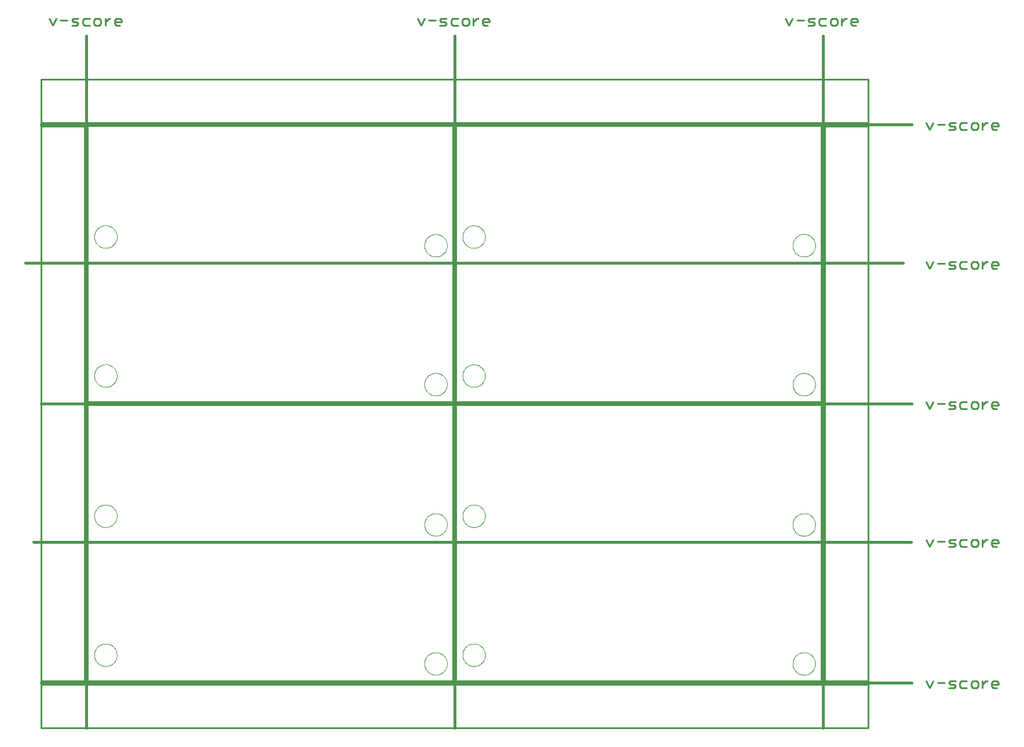
<source format=gko>
G75*
%MOIN*%
%OFA0B0*%
%FSLAX25Y25*%
%IPPOS*%
%LPD*%
%AMOC8*
5,1,8,0,0,1.08239X$1,22.5*
%
%ADD10C,0.00800*%
%ADD11C,0.01500*%
%ADD12C,0.01100*%
%ADD13C,0.01000*%
%ADD14C,0.00000*%
D10*
X0037750Y0028750D02*
X0037750Y0187451D01*
X0247671Y0187451D01*
X0247671Y0028750D01*
X0037750Y0028750D01*
X0249671Y0028750D02*
X0249671Y0187451D01*
X0459593Y0187451D01*
X0459593Y0028750D01*
X0249671Y0028750D01*
X0249671Y0189451D02*
X0249671Y0348152D01*
X0459593Y0348152D01*
X0459593Y0189451D01*
X0249671Y0189451D01*
X0247671Y0189451D02*
X0247671Y0348152D01*
X0037750Y0348152D01*
X0037750Y0189451D01*
X0247671Y0189451D01*
D11*
X0010750Y0188451D02*
X0511592Y0188451D01*
X0511192Y0108751D02*
X0006250Y0108751D01*
X0010750Y0027750D02*
X0511592Y0027750D01*
X0460592Y0001750D02*
X0460592Y0400152D01*
X0511592Y0349152D02*
X0010750Y0349152D01*
X0036750Y0400152D02*
X0036750Y0001750D01*
X0248671Y0001750D02*
X0248671Y0400152D01*
X0001750Y0269451D02*
X0506592Y0269451D01*
D12*
X0520120Y0270138D02*
X0522089Y0266202D01*
X0524057Y0270138D01*
X0526566Y0269154D02*
X0530503Y0269154D01*
X0533011Y0269154D02*
X0533996Y0270138D01*
X0536948Y0270138D01*
X0535964Y0268170D02*
X0533996Y0268170D01*
X0533011Y0269154D01*
X0533011Y0266202D02*
X0535964Y0266202D01*
X0536948Y0267186D01*
X0535964Y0268170D01*
X0539457Y0269154D02*
X0539457Y0267186D01*
X0540441Y0266202D01*
X0543394Y0266202D01*
X0545902Y0267186D02*
X0546887Y0266202D01*
X0548855Y0266202D01*
X0549839Y0267186D01*
X0549839Y0269154D01*
X0548855Y0270138D01*
X0546887Y0270138D01*
X0545902Y0269154D01*
X0545902Y0267186D01*
X0543394Y0270138D02*
X0540441Y0270138D01*
X0539457Y0269154D01*
X0552348Y0268170D02*
X0554316Y0270138D01*
X0555300Y0270138D01*
X0557719Y0269154D02*
X0558703Y0270138D01*
X0560672Y0270138D01*
X0561656Y0269154D01*
X0561656Y0268170D01*
X0557719Y0268170D01*
X0557719Y0267186D02*
X0557719Y0269154D01*
X0557719Y0267186D02*
X0558703Y0266202D01*
X0560672Y0266202D01*
X0552348Y0266202D02*
X0552348Y0270138D01*
X0552348Y0346202D02*
X0552348Y0350138D01*
X0552348Y0348170D02*
X0554316Y0350138D01*
X0555300Y0350138D01*
X0557719Y0349154D02*
X0558703Y0350138D01*
X0560672Y0350138D01*
X0561656Y0349154D01*
X0561656Y0348170D01*
X0557719Y0348170D01*
X0557719Y0347186D02*
X0557719Y0349154D01*
X0557719Y0347186D02*
X0558703Y0346202D01*
X0560672Y0346202D01*
X0549839Y0347186D02*
X0549839Y0349154D01*
X0548855Y0350138D01*
X0546887Y0350138D01*
X0545902Y0349154D01*
X0545902Y0347186D01*
X0546887Y0346202D01*
X0548855Y0346202D01*
X0549839Y0347186D01*
X0543394Y0346202D02*
X0540441Y0346202D01*
X0539457Y0347186D01*
X0539457Y0349154D01*
X0540441Y0350138D01*
X0543394Y0350138D01*
X0536948Y0350138D02*
X0533996Y0350138D01*
X0533011Y0349154D01*
X0533996Y0348170D01*
X0535964Y0348170D01*
X0536948Y0347186D01*
X0535964Y0346202D01*
X0533011Y0346202D01*
X0530503Y0349154D02*
X0526566Y0349154D01*
X0524057Y0350138D02*
X0522089Y0346202D01*
X0520120Y0350138D01*
X0479672Y0406202D02*
X0477703Y0406202D01*
X0476719Y0407186D01*
X0476719Y0409154D01*
X0477703Y0410138D01*
X0479672Y0410138D01*
X0480656Y0409154D01*
X0480656Y0408170D01*
X0476719Y0408170D01*
X0474300Y0410138D02*
X0473316Y0410138D01*
X0471348Y0408170D01*
X0471348Y0406202D02*
X0471348Y0410138D01*
X0468839Y0409154D02*
X0468839Y0407186D01*
X0467855Y0406202D01*
X0465887Y0406202D01*
X0464902Y0407186D01*
X0464902Y0409154D01*
X0465887Y0410138D01*
X0467855Y0410138D01*
X0468839Y0409154D01*
X0462394Y0410138D02*
X0459441Y0410138D01*
X0458457Y0409154D01*
X0458457Y0407186D01*
X0459441Y0406202D01*
X0462394Y0406202D01*
X0455948Y0407186D02*
X0454964Y0408170D01*
X0452996Y0408170D01*
X0452011Y0409154D01*
X0452996Y0410138D01*
X0455948Y0410138D01*
X0455948Y0407186D02*
X0454964Y0406202D01*
X0452011Y0406202D01*
X0449503Y0409154D02*
X0445566Y0409154D01*
X0443057Y0410138D02*
X0441089Y0406202D01*
X0439120Y0410138D01*
X0268735Y0409154D02*
X0268735Y0408170D01*
X0264798Y0408170D01*
X0264798Y0409154D02*
X0265782Y0410138D01*
X0267750Y0410138D01*
X0268735Y0409154D01*
X0267750Y0406202D02*
X0265782Y0406202D01*
X0264798Y0407186D01*
X0264798Y0409154D01*
X0262379Y0410138D02*
X0261395Y0410138D01*
X0259427Y0408170D01*
X0259427Y0406202D02*
X0259427Y0410138D01*
X0256918Y0409154D02*
X0255934Y0410138D01*
X0253965Y0410138D01*
X0252981Y0409154D01*
X0252981Y0407186D01*
X0253965Y0406202D01*
X0255934Y0406202D01*
X0256918Y0407186D01*
X0256918Y0409154D01*
X0250472Y0410138D02*
X0247520Y0410138D01*
X0246536Y0409154D01*
X0246536Y0407186D01*
X0247520Y0406202D01*
X0250472Y0406202D01*
X0244027Y0407186D02*
X0243043Y0408170D01*
X0241074Y0408170D01*
X0240090Y0409154D01*
X0241074Y0410138D01*
X0244027Y0410138D01*
X0244027Y0407186D02*
X0243043Y0406202D01*
X0240090Y0406202D01*
X0237581Y0409154D02*
X0233645Y0409154D01*
X0231136Y0410138D02*
X0229167Y0406202D01*
X0227199Y0410138D01*
X0056813Y0409154D02*
X0056813Y0408170D01*
X0052877Y0408170D01*
X0052877Y0409154D02*
X0053861Y0410138D01*
X0055829Y0410138D01*
X0056813Y0409154D01*
X0055829Y0406202D02*
X0053861Y0406202D01*
X0052877Y0407186D01*
X0052877Y0409154D01*
X0050458Y0410138D02*
X0049474Y0410138D01*
X0047505Y0408170D01*
X0047505Y0406202D02*
X0047505Y0410138D01*
X0044997Y0409154D02*
X0044997Y0407186D01*
X0044012Y0406202D01*
X0042044Y0406202D01*
X0041060Y0407186D01*
X0041060Y0409154D01*
X0042044Y0410138D01*
X0044012Y0410138D01*
X0044997Y0409154D01*
X0038551Y0410138D02*
X0035599Y0410138D01*
X0034614Y0409154D01*
X0034614Y0407186D01*
X0035599Y0406202D01*
X0038551Y0406202D01*
X0032106Y0407186D02*
X0031121Y0408170D01*
X0029153Y0408170D01*
X0028169Y0409154D01*
X0029153Y0410138D01*
X0032106Y0410138D01*
X0032106Y0407186D02*
X0031121Y0406202D01*
X0028169Y0406202D01*
X0025660Y0409154D02*
X0021723Y0409154D01*
X0019215Y0410138D02*
X0017246Y0406202D01*
X0015278Y0410138D01*
X0520120Y0189437D02*
X0522089Y0185501D01*
X0524057Y0189437D01*
X0526566Y0188453D02*
X0530503Y0188453D01*
X0533011Y0188453D02*
X0533996Y0189437D01*
X0536948Y0189437D01*
X0535964Y0187469D02*
X0533996Y0187469D01*
X0533011Y0188453D01*
X0533011Y0185501D02*
X0535964Y0185501D01*
X0536948Y0186485D01*
X0535964Y0187469D01*
X0539457Y0186485D02*
X0540441Y0185501D01*
X0543394Y0185501D01*
X0545902Y0186485D02*
X0545902Y0188453D01*
X0546887Y0189437D01*
X0548855Y0189437D01*
X0549839Y0188453D01*
X0549839Y0186485D01*
X0548855Y0185501D01*
X0546887Y0185501D01*
X0545902Y0186485D01*
X0543394Y0189437D02*
X0540441Y0189437D01*
X0539457Y0188453D01*
X0539457Y0186485D01*
X0552348Y0187469D02*
X0554316Y0189437D01*
X0555300Y0189437D01*
X0557719Y0188453D02*
X0557719Y0186485D01*
X0558703Y0185501D01*
X0560672Y0185501D01*
X0561656Y0187469D02*
X0557719Y0187469D01*
X0557719Y0188453D02*
X0558703Y0189437D01*
X0560672Y0189437D01*
X0561656Y0188453D01*
X0561656Y0187469D01*
X0552348Y0185501D02*
X0552348Y0189437D01*
X0552348Y0110138D02*
X0552348Y0106202D01*
X0552348Y0108170D02*
X0554316Y0110138D01*
X0555300Y0110138D01*
X0557719Y0109154D02*
X0557719Y0107186D01*
X0558703Y0106202D01*
X0560672Y0106202D01*
X0561656Y0108170D02*
X0557719Y0108170D01*
X0557719Y0109154D02*
X0558703Y0110138D01*
X0560672Y0110138D01*
X0561656Y0109154D01*
X0561656Y0108170D01*
X0549839Y0107186D02*
X0549839Y0109154D01*
X0548855Y0110138D01*
X0546887Y0110138D01*
X0545902Y0109154D01*
X0545902Y0107186D01*
X0546887Y0106202D01*
X0548855Y0106202D01*
X0549839Y0107186D01*
X0543394Y0106202D02*
X0540441Y0106202D01*
X0539457Y0107186D01*
X0539457Y0109154D01*
X0540441Y0110138D01*
X0543394Y0110138D01*
X0536948Y0110138D02*
X0533996Y0110138D01*
X0533011Y0109154D01*
X0533996Y0108170D01*
X0535964Y0108170D01*
X0536948Y0107186D01*
X0535964Y0106202D01*
X0533011Y0106202D01*
X0530503Y0109154D02*
X0526566Y0109154D01*
X0524057Y0110138D02*
X0522089Y0106202D01*
X0520120Y0110138D01*
X0520120Y0028737D02*
X0522089Y0024800D01*
X0524057Y0028737D01*
X0526566Y0027753D02*
X0530503Y0027753D01*
X0533011Y0027753D02*
X0533996Y0028737D01*
X0536948Y0028737D01*
X0535964Y0026768D02*
X0533996Y0026768D01*
X0533011Y0027753D01*
X0533011Y0024800D02*
X0535964Y0024800D01*
X0536948Y0025784D01*
X0535964Y0026768D01*
X0539457Y0025784D02*
X0540441Y0024800D01*
X0543394Y0024800D01*
X0545902Y0025784D02*
X0546887Y0024800D01*
X0548855Y0024800D01*
X0549839Y0025784D01*
X0549839Y0027753D01*
X0548855Y0028737D01*
X0546887Y0028737D01*
X0545902Y0027753D01*
X0545902Y0025784D01*
X0543394Y0028737D02*
X0540441Y0028737D01*
X0539457Y0027753D01*
X0539457Y0025784D01*
X0552348Y0024800D02*
X0552348Y0028737D01*
X0554316Y0028737D02*
X0555300Y0028737D01*
X0554316Y0028737D02*
X0552348Y0026768D01*
X0557719Y0026768D02*
X0561656Y0026768D01*
X0561656Y0027753D01*
X0560672Y0028737D01*
X0558703Y0028737D01*
X0557719Y0027753D01*
X0557719Y0025784D01*
X0558703Y0024800D01*
X0560672Y0024800D01*
D13*
X0010750Y0026750D02*
X0010750Y0001750D01*
X0486592Y0001750D01*
X0486592Y0026750D01*
X0010750Y0026750D01*
X0010750Y0028750D02*
X0010750Y0348152D01*
X0035750Y0348152D01*
X0035750Y0028750D01*
X0010750Y0028750D01*
X0010750Y0350152D02*
X0010750Y0375152D01*
X0486592Y0375152D01*
X0486592Y0350152D01*
X0010750Y0350152D01*
X0461592Y0348152D02*
X0461592Y0028750D01*
X0486592Y0028750D01*
X0486592Y0348152D01*
X0461592Y0348152D01*
D14*
X0443171Y0279451D02*
X0443173Y0279612D01*
X0443179Y0279772D01*
X0443189Y0279933D01*
X0443203Y0280093D01*
X0443221Y0280253D01*
X0443242Y0280412D01*
X0443268Y0280571D01*
X0443298Y0280729D01*
X0443331Y0280886D01*
X0443369Y0281043D01*
X0443410Y0281198D01*
X0443455Y0281352D01*
X0443504Y0281505D01*
X0443557Y0281657D01*
X0443613Y0281808D01*
X0443674Y0281957D01*
X0443737Y0282105D01*
X0443805Y0282251D01*
X0443876Y0282395D01*
X0443950Y0282537D01*
X0444028Y0282678D01*
X0444110Y0282816D01*
X0444195Y0282953D01*
X0444283Y0283087D01*
X0444375Y0283219D01*
X0444470Y0283349D01*
X0444568Y0283477D01*
X0444669Y0283602D01*
X0444773Y0283724D01*
X0444880Y0283844D01*
X0444990Y0283961D01*
X0445103Y0284076D01*
X0445219Y0284187D01*
X0445338Y0284296D01*
X0445459Y0284401D01*
X0445583Y0284504D01*
X0445709Y0284604D01*
X0445837Y0284700D01*
X0445968Y0284793D01*
X0446102Y0284883D01*
X0446237Y0284970D01*
X0446375Y0285053D01*
X0446514Y0285133D01*
X0446656Y0285209D01*
X0446799Y0285282D01*
X0446944Y0285351D01*
X0447091Y0285417D01*
X0447239Y0285479D01*
X0447389Y0285537D01*
X0447540Y0285592D01*
X0447693Y0285643D01*
X0447847Y0285690D01*
X0448002Y0285733D01*
X0448158Y0285772D01*
X0448314Y0285808D01*
X0448472Y0285839D01*
X0448630Y0285867D01*
X0448789Y0285891D01*
X0448949Y0285911D01*
X0449109Y0285927D01*
X0449269Y0285939D01*
X0449430Y0285947D01*
X0449591Y0285951D01*
X0449751Y0285951D01*
X0449912Y0285947D01*
X0450073Y0285939D01*
X0450233Y0285927D01*
X0450393Y0285911D01*
X0450553Y0285891D01*
X0450712Y0285867D01*
X0450870Y0285839D01*
X0451028Y0285808D01*
X0451184Y0285772D01*
X0451340Y0285733D01*
X0451495Y0285690D01*
X0451649Y0285643D01*
X0451802Y0285592D01*
X0451953Y0285537D01*
X0452103Y0285479D01*
X0452251Y0285417D01*
X0452398Y0285351D01*
X0452543Y0285282D01*
X0452686Y0285209D01*
X0452828Y0285133D01*
X0452967Y0285053D01*
X0453105Y0284970D01*
X0453240Y0284883D01*
X0453374Y0284793D01*
X0453505Y0284700D01*
X0453633Y0284604D01*
X0453759Y0284504D01*
X0453883Y0284401D01*
X0454004Y0284296D01*
X0454123Y0284187D01*
X0454239Y0284076D01*
X0454352Y0283961D01*
X0454462Y0283844D01*
X0454569Y0283724D01*
X0454673Y0283602D01*
X0454774Y0283477D01*
X0454872Y0283349D01*
X0454967Y0283219D01*
X0455059Y0283087D01*
X0455147Y0282953D01*
X0455232Y0282816D01*
X0455314Y0282678D01*
X0455392Y0282537D01*
X0455466Y0282395D01*
X0455537Y0282251D01*
X0455605Y0282105D01*
X0455668Y0281957D01*
X0455729Y0281808D01*
X0455785Y0281657D01*
X0455838Y0281505D01*
X0455887Y0281352D01*
X0455932Y0281198D01*
X0455973Y0281043D01*
X0456011Y0280886D01*
X0456044Y0280729D01*
X0456074Y0280571D01*
X0456100Y0280412D01*
X0456121Y0280253D01*
X0456139Y0280093D01*
X0456153Y0279933D01*
X0456163Y0279772D01*
X0456169Y0279612D01*
X0456171Y0279451D01*
X0456169Y0279290D01*
X0456163Y0279130D01*
X0456153Y0278969D01*
X0456139Y0278809D01*
X0456121Y0278649D01*
X0456100Y0278490D01*
X0456074Y0278331D01*
X0456044Y0278173D01*
X0456011Y0278016D01*
X0455973Y0277859D01*
X0455932Y0277704D01*
X0455887Y0277550D01*
X0455838Y0277397D01*
X0455785Y0277245D01*
X0455729Y0277094D01*
X0455668Y0276945D01*
X0455605Y0276797D01*
X0455537Y0276651D01*
X0455466Y0276507D01*
X0455392Y0276365D01*
X0455314Y0276224D01*
X0455232Y0276086D01*
X0455147Y0275949D01*
X0455059Y0275815D01*
X0454967Y0275683D01*
X0454872Y0275553D01*
X0454774Y0275425D01*
X0454673Y0275300D01*
X0454569Y0275178D01*
X0454462Y0275058D01*
X0454352Y0274941D01*
X0454239Y0274826D01*
X0454123Y0274715D01*
X0454004Y0274606D01*
X0453883Y0274501D01*
X0453759Y0274398D01*
X0453633Y0274298D01*
X0453505Y0274202D01*
X0453374Y0274109D01*
X0453240Y0274019D01*
X0453105Y0273932D01*
X0452967Y0273849D01*
X0452828Y0273769D01*
X0452686Y0273693D01*
X0452543Y0273620D01*
X0452398Y0273551D01*
X0452251Y0273485D01*
X0452103Y0273423D01*
X0451953Y0273365D01*
X0451802Y0273310D01*
X0451649Y0273259D01*
X0451495Y0273212D01*
X0451340Y0273169D01*
X0451184Y0273130D01*
X0451028Y0273094D01*
X0450870Y0273063D01*
X0450712Y0273035D01*
X0450553Y0273011D01*
X0450393Y0272991D01*
X0450233Y0272975D01*
X0450073Y0272963D01*
X0449912Y0272955D01*
X0449751Y0272951D01*
X0449591Y0272951D01*
X0449430Y0272955D01*
X0449269Y0272963D01*
X0449109Y0272975D01*
X0448949Y0272991D01*
X0448789Y0273011D01*
X0448630Y0273035D01*
X0448472Y0273063D01*
X0448314Y0273094D01*
X0448158Y0273130D01*
X0448002Y0273169D01*
X0447847Y0273212D01*
X0447693Y0273259D01*
X0447540Y0273310D01*
X0447389Y0273365D01*
X0447239Y0273423D01*
X0447091Y0273485D01*
X0446944Y0273551D01*
X0446799Y0273620D01*
X0446656Y0273693D01*
X0446514Y0273769D01*
X0446375Y0273849D01*
X0446237Y0273932D01*
X0446102Y0274019D01*
X0445968Y0274109D01*
X0445837Y0274202D01*
X0445709Y0274298D01*
X0445583Y0274398D01*
X0445459Y0274501D01*
X0445338Y0274606D01*
X0445219Y0274715D01*
X0445103Y0274826D01*
X0444990Y0274941D01*
X0444880Y0275058D01*
X0444773Y0275178D01*
X0444669Y0275300D01*
X0444568Y0275425D01*
X0444470Y0275553D01*
X0444375Y0275683D01*
X0444283Y0275815D01*
X0444195Y0275949D01*
X0444110Y0276086D01*
X0444028Y0276224D01*
X0443950Y0276365D01*
X0443876Y0276507D01*
X0443805Y0276651D01*
X0443737Y0276797D01*
X0443674Y0276945D01*
X0443613Y0277094D01*
X0443557Y0277245D01*
X0443504Y0277397D01*
X0443455Y0277550D01*
X0443410Y0277704D01*
X0443369Y0277859D01*
X0443331Y0278016D01*
X0443298Y0278173D01*
X0443268Y0278331D01*
X0443242Y0278490D01*
X0443221Y0278649D01*
X0443203Y0278809D01*
X0443189Y0278969D01*
X0443179Y0279130D01*
X0443173Y0279290D01*
X0443171Y0279451D01*
X0443171Y0199451D02*
X0443173Y0199612D01*
X0443179Y0199772D01*
X0443189Y0199933D01*
X0443203Y0200093D01*
X0443221Y0200253D01*
X0443242Y0200412D01*
X0443268Y0200571D01*
X0443298Y0200729D01*
X0443331Y0200886D01*
X0443369Y0201043D01*
X0443410Y0201198D01*
X0443455Y0201352D01*
X0443504Y0201505D01*
X0443557Y0201657D01*
X0443613Y0201808D01*
X0443674Y0201957D01*
X0443737Y0202105D01*
X0443805Y0202251D01*
X0443876Y0202395D01*
X0443950Y0202537D01*
X0444028Y0202678D01*
X0444110Y0202816D01*
X0444195Y0202953D01*
X0444283Y0203087D01*
X0444375Y0203219D01*
X0444470Y0203349D01*
X0444568Y0203477D01*
X0444669Y0203602D01*
X0444773Y0203724D01*
X0444880Y0203844D01*
X0444990Y0203961D01*
X0445103Y0204076D01*
X0445219Y0204187D01*
X0445338Y0204296D01*
X0445459Y0204401D01*
X0445583Y0204504D01*
X0445709Y0204604D01*
X0445837Y0204700D01*
X0445968Y0204793D01*
X0446102Y0204883D01*
X0446237Y0204970D01*
X0446375Y0205053D01*
X0446514Y0205133D01*
X0446656Y0205209D01*
X0446799Y0205282D01*
X0446944Y0205351D01*
X0447091Y0205417D01*
X0447239Y0205479D01*
X0447389Y0205537D01*
X0447540Y0205592D01*
X0447693Y0205643D01*
X0447847Y0205690D01*
X0448002Y0205733D01*
X0448158Y0205772D01*
X0448314Y0205808D01*
X0448472Y0205839D01*
X0448630Y0205867D01*
X0448789Y0205891D01*
X0448949Y0205911D01*
X0449109Y0205927D01*
X0449269Y0205939D01*
X0449430Y0205947D01*
X0449591Y0205951D01*
X0449751Y0205951D01*
X0449912Y0205947D01*
X0450073Y0205939D01*
X0450233Y0205927D01*
X0450393Y0205911D01*
X0450553Y0205891D01*
X0450712Y0205867D01*
X0450870Y0205839D01*
X0451028Y0205808D01*
X0451184Y0205772D01*
X0451340Y0205733D01*
X0451495Y0205690D01*
X0451649Y0205643D01*
X0451802Y0205592D01*
X0451953Y0205537D01*
X0452103Y0205479D01*
X0452251Y0205417D01*
X0452398Y0205351D01*
X0452543Y0205282D01*
X0452686Y0205209D01*
X0452828Y0205133D01*
X0452967Y0205053D01*
X0453105Y0204970D01*
X0453240Y0204883D01*
X0453374Y0204793D01*
X0453505Y0204700D01*
X0453633Y0204604D01*
X0453759Y0204504D01*
X0453883Y0204401D01*
X0454004Y0204296D01*
X0454123Y0204187D01*
X0454239Y0204076D01*
X0454352Y0203961D01*
X0454462Y0203844D01*
X0454569Y0203724D01*
X0454673Y0203602D01*
X0454774Y0203477D01*
X0454872Y0203349D01*
X0454967Y0203219D01*
X0455059Y0203087D01*
X0455147Y0202953D01*
X0455232Y0202816D01*
X0455314Y0202678D01*
X0455392Y0202537D01*
X0455466Y0202395D01*
X0455537Y0202251D01*
X0455605Y0202105D01*
X0455668Y0201957D01*
X0455729Y0201808D01*
X0455785Y0201657D01*
X0455838Y0201505D01*
X0455887Y0201352D01*
X0455932Y0201198D01*
X0455973Y0201043D01*
X0456011Y0200886D01*
X0456044Y0200729D01*
X0456074Y0200571D01*
X0456100Y0200412D01*
X0456121Y0200253D01*
X0456139Y0200093D01*
X0456153Y0199933D01*
X0456163Y0199772D01*
X0456169Y0199612D01*
X0456171Y0199451D01*
X0456169Y0199290D01*
X0456163Y0199130D01*
X0456153Y0198969D01*
X0456139Y0198809D01*
X0456121Y0198649D01*
X0456100Y0198490D01*
X0456074Y0198331D01*
X0456044Y0198173D01*
X0456011Y0198016D01*
X0455973Y0197859D01*
X0455932Y0197704D01*
X0455887Y0197550D01*
X0455838Y0197397D01*
X0455785Y0197245D01*
X0455729Y0197094D01*
X0455668Y0196945D01*
X0455605Y0196797D01*
X0455537Y0196651D01*
X0455466Y0196507D01*
X0455392Y0196365D01*
X0455314Y0196224D01*
X0455232Y0196086D01*
X0455147Y0195949D01*
X0455059Y0195815D01*
X0454967Y0195683D01*
X0454872Y0195553D01*
X0454774Y0195425D01*
X0454673Y0195300D01*
X0454569Y0195178D01*
X0454462Y0195058D01*
X0454352Y0194941D01*
X0454239Y0194826D01*
X0454123Y0194715D01*
X0454004Y0194606D01*
X0453883Y0194501D01*
X0453759Y0194398D01*
X0453633Y0194298D01*
X0453505Y0194202D01*
X0453374Y0194109D01*
X0453240Y0194019D01*
X0453105Y0193932D01*
X0452967Y0193849D01*
X0452828Y0193769D01*
X0452686Y0193693D01*
X0452543Y0193620D01*
X0452398Y0193551D01*
X0452251Y0193485D01*
X0452103Y0193423D01*
X0451953Y0193365D01*
X0451802Y0193310D01*
X0451649Y0193259D01*
X0451495Y0193212D01*
X0451340Y0193169D01*
X0451184Y0193130D01*
X0451028Y0193094D01*
X0450870Y0193063D01*
X0450712Y0193035D01*
X0450553Y0193011D01*
X0450393Y0192991D01*
X0450233Y0192975D01*
X0450073Y0192963D01*
X0449912Y0192955D01*
X0449751Y0192951D01*
X0449591Y0192951D01*
X0449430Y0192955D01*
X0449269Y0192963D01*
X0449109Y0192975D01*
X0448949Y0192991D01*
X0448789Y0193011D01*
X0448630Y0193035D01*
X0448472Y0193063D01*
X0448314Y0193094D01*
X0448158Y0193130D01*
X0448002Y0193169D01*
X0447847Y0193212D01*
X0447693Y0193259D01*
X0447540Y0193310D01*
X0447389Y0193365D01*
X0447239Y0193423D01*
X0447091Y0193485D01*
X0446944Y0193551D01*
X0446799Y0193620D01*
X0446656Y0193693D01*
X0446514Y0193769D01*
X0446375Y0193849D01*
X0446237Y0193932D01*
X0446102Y0194019D01*
X0445968Y0194109D01*
X0445837Y0194202D01*
X0445709Y0194298D01*
X0445583Y0194398D01*
X0445459Y0194501D01*
X0445338Y0194606D01*
X0445219Y0194715D01*
X0445103Y0194826D01*
X0444990Y0194941D01*
X0444880Y0195058D01*
X0444773Y0195178D01*
X0444669Y0195300D01*
X0444568Y0195425D01*
X0444470Y0195553D01*
X0444375Y0195683D01*
X0444283Y0195815D01*
X0444195Y0195949D01*
X0444110Y0196086D01*
X0444028Y0196224D01*
X0443950Y0196365D01*
X0443876Y0196507D01*
X0443805Y0196651D01*
X0443737Y0196797D01*
X0443674Y0196945D01*
X0443613Y0197094D01*
X0443557Y0197245D01*
X0443504Y0197397D01*
X0443455Y0197550D01*
X0443410Y0197704D01*
X0443369Y0197859D01*
X0443331Y0198016D01*
X0443298Y0198173D01*
X0443268Y0198331D01*
X0443242Y0198490D01*
X0443221Y0198649D01*
X0443203Y0198809D01*
X0443189Y0198969D01*
X0443179Y0199130D01*
X0443173Y0199290D01*
X0443171Y0199451D01*
X0443171Y0118750D02*
X0443173Y0118911D01*
X0443179Y0119071D01*
X0443189Y0119232D01*
X0443203Y0119392D01*
X0443221Y0119552D01*
X0443242Y0119711D01*
X0443268Y0119870D01*
X0443298Y0120028D01*
X0443331Y0120185D01*
X0443369Y0120342D01*
X0443410Y0120497D01*
X0443455Y0120651D01*
X0443504Y0120804D01*
X0443557Y0120956D01*
X0443613Y0121107D01*
X0443674Y0121256D01*
X0443737Y0121404D01*
X0443805Y0121550D01*
X0443876Y0121694D01*
X0443950Y0121836D01*
X0444028Y0121977D01*
X0444110Y0122115D01*
X0444195Y0122252D01*
X0444283Y0122386D01*
X0444375Y0122518D01*
X0444470Y0122648D01*
X0444568Y0122776D01*
X0444669Y0122901D01*
X0444773Y0123023D01*
X0444880Y0123143D01*
X0444990Y0123260D01*
X0445103Y0123375D01*
X0445219Y0123486D01*
X0445338Y0123595D01*
X0445459Y0123700D01*
X0445583Y0123803D01*
X0445709Y0123903D01*
X0445837Y0123999D01*
X0445968Y0124092D01*
X0446102Y0124182D01*
X0446237Y0124269D01*
X0446375Y0124352D01*
X0446514Y0124432D01*
X0446656Y0124508D01*
X0446799Y0124581D01*
X0446944Y0124650D01*
X0447091Y0124716D01*
X0447239Y0124778D01*
X0447389Y0124836D01*
X0447540Y0124891D01*
X0447693Y0124942D01*
X0447847Y0124989D01*
X0448002Y0125032D01*
X0448158Y0125071D01*
X0448314Y0125107D01*
X0448472Y0125138D01*
X0448630Y0125166D01*
X0448789Y0125190D01*
X0448949Y0125210D01*
X0449109Y0125226D01*
X0449269Y0125238D01*
X0449430Y0125246D01*
X0449591Y0125250D01*
X0449751Y0125250D01*
X0449912Y0125246D01*
X0450073Y0125238D01*
X0450233Y0125226D01*
X0450393Y0125210D01*
X0450553Y0125190D01*
X0450712Y0125166D01*
X0450870Y0125138D01*
X0451028Y0125107D01*
X0451184Y0125071D01*
X0451340Y0125032D01*
X0451495Y0124989D01*
X0451649Y0124942D01*
X0451802Y0124891D01*
X0451953Y0124836D01*
X0452103Y0124778D01*
X0452251Y0124716D01*
X0452398Y0124650D01*
X0452543Y0124581D01*
X0452686Y0124508D01*
X0452828Y0124432D01*
X0452967Y0124352D01*
X0453105Y0124269D01*
X0453240Y0124182D01*
X0453374Y0124092D01*
X0453505Y0123999D01*
X0453633Y0123903D01*
X0453759Y0123803D01*
X0453883Y0123700D01*
X0454004Y0123595D01*
X0454123Y0123486D01*
X0454239Y0123375D01*
X0454352Y0123260D01*
X0454462Y0123143D01*
X0454569Y0123023D01*
X0454673Y0122901D01*
X0454774Y0122776D01*
X0454872Y0122648D01*
X0454967Y0122518D01*
X0455059Y0122386D01*
X0455147Y0122252D01*
X0455232Y0122115D01*
X0455314Y0121977D01*
X0455392Y0121836D01*
X0455466Y0121694D01*
X0455537Y0121550D01*
X0455605Y0121404D01*
X0455668Y0121256D01*
X0455729Y0121107D01*
X0455785Y0120956D01*
X0455838Y0120804D01*
X0455887Y0120651D01*
X0455932Y0120497D01*
X0455973Y0120342D01*
X0456011Y0120185D01*
X0456044Y0120028D01*
X0456074Y0119870D01*
X0456100Y0119711D01*
X0456121Y0119552D01*
X0456139Y0119392D01*
X0456153Y0119232D01*
X0456163Y0119071D01*
X0456169Y0118911D01*
X0456171Y0118750D01*
X0456169Y0118589D01*
X0456163Y0118429D01*
X0456153Y0118268D01*
X0456139Y0118108D01*
X0456121Y0117948D01*
X0456100Y0117789D01*
X0456074Y0117630D01*
X0456044Y0117472D01*
X0456011Y0117315D01*
X0455973Y0117158D01*
X0455932Y0117003D01*
X0455887Y0116849D01*
X0455838Y0116696D01*
X0455785Y0116544D01*
X0455729Y0116393D01*
X0455668Y0116244D01*
X0455605Y0116096D01*
X0455537Y0115950D01*
X0455466Y0115806D01*
X0455392Y0115664D01*
X0455314Y0115523D01*
X0455232Y0115385D01*
X0455147Y0115248D01*
X0455059Y0115114D01*
X0454967Y0114982D01*
X0454872Y0114852D01*
X0454774Y0114724D01*
X0454673Y0114599D01*
X0454569Y0114477D01*
X0454462Y0114357D01*
X0454352Y0114240D01*
X0454239Y0114125D01*
X0454123Y0114014D01*
X0454004Y0113905D01*
X0453883Y0113800D01*
X0453759Y0113697D01*
X0453633Y0113597D01*
X0453505Y0113501D01*
X0453374Y0113408D01*
X0453240Y0113318D01*
X0453105Y0113231D01*
X0452967Y0113148D01*
X0452828Y0113068D01*
X0452686Y0112992D01*
X0452543Y0112919D01*
X0452398Y0112850D01*
X0452251Y0112784D01*
X0452103Y0112722D01*
X0451953Y0112664D01*
X0451802Y0112609D01*
X0451649Y0112558D01*
X0451495Y0112511D01*
X0451340Y0112468D01*
X0451184Y0112429D01*
X0451028Y0112393D01*
X0450870Y0112362D01*
X0450712Y0112334D01*
X0450553Y0112310D01*
X0450393Y0112290D01*
X0450233Y0112274D01*
X0450073Y0112262D01*
X0449912Y0112254D01*
X0449751Y0112250D01*
X0449591Y0112250D01*
X0449430Y0112254D01*
X0449269Y0112262D01*
X0449109Y0112274D01*
X0448949Y0112290D01*
X0448789Y0112310D01*
X0448630Y0112334D01*
X0448472Y0112362D01*
X0448314Y0112393D01*
X0448158Y0112429D01*
X0448002Y0112468D01*
X0447847Y0112511D01*
X0447693Y0112558D01*
X0447540Y0112609D01*
X0447389Y0112664D01*
X0447239Y0112722D01*
X0447091Y0112784D01*
X0446944Y0112850D01*
X0446799Y0112919D01*
X0446656Y0112992D01*
X0446514Y0113068D01*
X0446375Y0113148D01*
X0446237Y0113231D01*
X0446102Y0113318D01*
X0445968Y0113408D01*
X0445837Y0113501D01*
X0445709Y0113597D01*
X0445583Y0113697D01*
X0445459Y0113800D01*
X0445338Y0113905D01*
X0445219Y0114014D01*
X0445103Y0114125D01*
X0444990Y0114240D01*
X0444880Y0114357D01*
X0444773Y0114477D01*
X0444669Y0114599D01*
X0444568Y0114724D01*
X0444470Y0114852D01*
X0444375Y0114982D01*
X0444283Y0115114D01*
X0444195Y0115248D01*
X0444110Y0115385D01*
X0444028Y0115523D01*
X0443950Y0115664D01*
X0443876Y0115806D01*
X0443805Y0115950D01*
X0443737Y0116096D01*
X0443674Y0116244D01*
X0443613Y0116393D01*
X0443557Y0116544D01*
X0443504Y0116696D01*
X0443455Y0116849D01*
X0443410Y0117003D01*
X0443369Y0117158D01*
X0443331Y0117315D01*
X0443298Y0117472D01*
X0443268Y0117630D01*
X0443242Y0117789D01*
X0443221Y0117948D01*
X0443203Y0118108D01*
X0443189Y0118268D01*
X0443179Y0118429D01*
X0443173Y0118589D01*
X0443171Y0118750D01*
X0443171Y0038750D02*
X0443173Y0038911D01*
X0443179Y0039071D01*
X0443189Y0039232D01*
X0443203Y0039392D01*
X0443221Y0039552D01*
X0443242Y0039711D01*
X0443268Y0039870D01*
X0443298Y0040028D01*
X0443331Y0040185D01*
X0443369Y0040342D01*
X0443410Y0040497D01*
X0443455Y0040651D01*
X0443504Y0040804D01*
X0443557Y0040956D01*
X0443613Y0041107D01*
X0443674Y0041256D01*
X0443737Y0041404D01*
X0443805Y0041550D01*
X0443876Y0041694D01*
X0443950Y0041836D01*
X0444028Y0041977D01*
X0444110Y0042115D01*
X0444195Y0042252D01*
X0444283Y0042386D01*
X0444375Y0042518D01*
X0444470Y0042648D01*
X0444568Y0042776D01*
X0444669Y0042901D01*
X0444773Y0043023D01*
X0444880Y0043143D01*
X0444990Y0043260D01*
X0445103Y0043375D01*
X0445219Y0043486D01*
X0445338Y0043595D01*
X0445459Y0043700D01*
X0445583Y0043803D01*
X0445709Y0043903D01*
X0445837Y0043999D01*
X0445968Y0044092D01*
X0446102Y0044182D01*
X0446237Y0044269D01*
X0446375Y0044352D01*
X0446514Y0044432D01*
X0446656Y0044508D01*
X0446799Y0044581D01*
X0446944Y0044650D01*
X0447091Y0044716D01*
X0447239Y0044778D01*
X0447389Y0044836D01*
X0447540Y0044891D01*
X0447693Y0044942D01*
X0447847Y0044989D01*
X0448002Y0045032D01*
X0448158Y0045071D01*
X0448314Y0045107D01*
X0448472Y0045138D01*
X0448630Y0045166D01*
X0448789Y0045190D01*
X0448949Y0045210D01*
X0449109Y0045226D01*
X0449269Y0045238D01*
X0449430Y0045246D01*
X0449591Y0045250D01*
X0449751Y0045250D01*
X0449912Y0045246D01*
X0450073Y0045238D01*
X0450233Y0045226D01*
X0450393Y0045210D01*
X0450553Y0045190D01*
X0450712Y0045166D01*
X0450870Y0045138D01*
X0451028Y0045107D01*
X0451184Y0045071D01*
X0451340Y0045032D01*
X0451495Y0044989D01*
X0451649Y0044942D01*
X0451802Y0044891D01*
X0451953Y0044836D01*
X0452103Y0044778D01*
X0452251Y0044716D01*
X0452398Y0044650D01*
X0452543Y0044581D01*
X0452686Y0044508D01*
X0452828Y0044432D01*
X0452967Y0044352D01*
X0453105Y0044269D01*
X0453240Y0044182D01*
X0453374Y0044092D01*
X0453505Y0043999D01*
X0453633Y0043903D01*
X0453759Y0043803D01*
X0453883Y0043700D01*
X0454004Y0043595D01*
X0454123Y0043486D01*
X0454239Y0043375D01*
X0454352Y0043260D01*
X0454462Y0043143D01*
X0454569Y0043023D01*
X0454673Y0042901D01*
X0454774Y0042776D01*
X0454872Y0042648D01*
X0454967Y0042518D01*
X0455059Y0042386D01*
X0455147Y0042252D01*
X0455232Y0042115D01*
X0455314Y0041977D01*
X0455392Y0041836D01*
X0455466Y0041694D01*
X0455537Y0041550D01*
X0455605Y0041404D01*
X0455668Y0041256D01*
X0455729Y0041107D01*
X0455785Y0040956D01*
X0455838Y0040804D01*
X0455887Y0040651D01*
X0455932Y0040497D01*
X0455973Y0040342D01*
X0456011Y0040185D01*
X0456044Y0040028D01*
X0456074Y0039870D01*
X0456100Y0039711D01*
X0456121Y0039552D01*
X0456139Y0039392D01*
X0456153Y0039232D01*
X0456163Y0039071D01*
X0456169Y0038911D01*
X0456171Y0038750D01*
X0456169Y0038589D01*
X0456163Y0038429D01*
X0456153Y0038268D01*
X0456139Y0038108D01*
X0456121Y0037948D01*
X0456100Y0037789D01*
X0456074Y0037630D01*
X0456044Y0037472D01*
X0456011Y0037315D01*
X0455973Y0037158D01*
X0455932Y0037003D01*
X0455887Y0036849D01*
X0455838Y0036696D01*
X0455785Y0036544D01*
X0455729Y0036393D01*
X0455668Y0036244D01*
X0455605Y0036096D01*
X0455537Y0035950D01*
X0455466Y0035806D01*
X0455392Y0035664D01*
X0455314Y0035523D01*
X0455232Y0035385D01*
X0455147Y0035248D01*
X0455059Y0035114D01*
X0454967Y0034982D01*
X0454872Y0034852D01*
X0454774Y0034724D01*
X0454673Y0034599D01*
X0454569Y0034477D01*
X0454462Y0034357D01*
X0454352Y0034240D01*
X0454239Y0034125D01*
X0454123Y0034014D01*
X0454004Y0033905D01*
X0453883Y0033800D01*
X0453759Y0033697D01*
X0453633Y0033597D01*
X0453505Y0033501D01*
X0453374Y0033408D01*
X0453240Y0033318D01*
X0453105Y0033231D01*
X0452967Y0033148D01*
X0452828Y0033068D01*
X0452686Y0032992D01*
X0452543Y0032919D01*
X0452398Y0032850D01*
X0452251Y0032784D01*
X0452103Y0032722D01*
X0451953Y0032664D01*
X0451802Y0032609D01*
X0451649Y0032558D01*
X0451495Y0032511D01*
X0451340Y0032468D01*
X0451184Y0032429D01*
X0451028Y0032393D01*
X0450870Y0032362D01*
X0450712Y0032334D01*
X0450553Y0032310D01*
X0450393Y0032290D01*
X0450233Y0032274D01*
X0450073Y0032262D01*
X0449912Y0032254D01*
X0449751Y0032250D01*
X0449591Y0032250D01*
X0449430Y0032254D01*
X0449269Y0032262D01*
X0449109Y0032274D01*
X0448949Y0032290D01*
X0448789Y0032310D01*
X0448630Y0032334D01*
X0448472Y0032362D01*
X0448314Y0032393D01*
X0448158Y0032429D01*
X0448002Y0032468D01*
X0447847Y0032511D01*
X0447693Y0032558D01*
X0447540Y0032609D01*
X0447389Y0032664D01*
X0447239Y0032722D01*
X0447091Y0032784D01*
X0446944Y0032850D01*
X0446799Y0032919D01*
X0446656Y0032992D01*
X0446514Y0033068D01*
X0446375Y0033148D01*
X0446237Y0033231D01*
X0446102Y0033318D01*
X0445968Y0033408D01*
X0445837Y0033501D01*
X0445709Y0033597D01*
X0445583Y0033697D01*
X0445459Y0033800D01*
X0445338Y0033905D01*
X0445219Y0034014D01*
X0445103Y0034125D01*
X0444990Y0034240D01*
X0444880Y0034357D01*
X0444773Y0034477D01*
X0444669Y0034599D01*
X0444568Y0034724D01*
X0444470Y0034852D01*
X0444375Y0034982D01*
X0444283Y0035114D01*
X0444195Y0035248D01*
X0444110Y0035385D01*
X0444028Y0035523D01*
X0443950Y0035664D01*
X0443876Y0035806D01*
X0443805Y0035950D01*
X0443737Y0036096D01*
X0443674Y0036244D01*
X0443613Y0036393D01*
X0443557Y0036544D01*
X0443504Y0036696D01*
X0443455Y0036849D01*
X0443410Y0037003D01*
X0443369Y0037158D01*
X0443331Y0037315D01*
X0443298Y0037472D01*
X0443268Y0037630D01*
X0443242Y0037789D01*
X0443221Y0037948D01*
X0443203Y0038108D01*
X0443189Y0038268D01*
X0443179Y0038429D01*
X0443173Y0038589D01*
X0443171Y0038750D01*
X0253171Y0043750D02*
X0253173Y0043911D01*
X0253179Y0044071D01*
X0253189Y0044232D01*
X0253203Y0044392D01*
X0253221Y0044552D01*
X0253242Y0044711D01*
X0253268Y0044870D01*
X0253298Y0045028D01*
X0253331Y0045185D01*
X0253369Y0045342D01*
X0253410Y0045497D01*
X0253455Y0045651D01*
X0253504Y0045804D01*
X0253557Y0045956D01*
X0253613Y0046107D01*
X0253674Y0046256D01*
X0253737Y0046404D01*
X0253805Y0046550D01*
X0253876Y0046694D01*
X0253950Y0046836D01*
X0254028Y0046977D01*
X0254110Y0047115D01*
X0254195Y0047252D01*
X0254283Y0047386D01*
X0254375Y0047518D01*
X0254470Y0047648D01*
X0254568Y0047776D01*
X0254669Y0047901D01*
X0254773Y0048023D01*
X0254880Y0048143D01*
X0254990Y0048260D01*
X0255103Y0048375D01*
X0255219Y0048486D01*
X0255338Y0048595D01*
X0255459Y0048700D01*
X0255583Y0048803D01*
X0255709Y0048903D01*
X0255837Y0048999D01*
X0255968Y0049092D01*
X0256102Y0049182D01*
X0256237Y0049269D01*
X0256375Y0049352D01*
X0256514Y0049432D01*
X0256656Y0049508D01*
X0256799Y0049581D01*
X0256944Y0049650D01*
X0257091Y0049716D01*
X0257239Y0049778D01*
X0257389Y0049836D01*
X0257540Y0049891D01*
X0257693Y0049942D01*
X0257847Y0049989D01*
X0258002Y0050032D01*
X0258158Y0050071D01*
X0258314Y0050107D01*
X0258472Y0050138D01*
X0258630Y0050166D01*
X0258789Y0050190D01*
X0258949Y0050210D01*
X0259109Y0050226D01*
X0259269Y0050238D01*
X0259430Y0050246D01*
X0259591Y0050250D01*
X0259751Y0050250D01*
X0259912Y0050246D01*
X0260073Y0050238D01*
X0260233Y0050226D01*
X0260393Y0050210D01*
X0260553Y0050190D01*
X0260712Y0050166D01*
X0260870Y0050138D01*
X0261028Y0050107D01*
X0261184Y0050071D01*
X0261340Y0050032D01*
X0261495Y0049989D01*
X0261649Y0049942D01*
X0261802Y0049891D01*
X0261953Y0049836D01*
X0262103Y0049778D01*
X0262251Y0049716D01*
X0262398Y0049650D01*
X0262543Y0049581D01*
X0262686Y0049508D01*
X0262828Y0049432D01*
X0262967Y0049352D01*
X0263105Y0049269D01*
X0263240Y0049182D01*
X0263374Y0049092D01*
X0263505Y0048999D01*
X0263633Y0048903D01*
X0263759Y0048803D01*
X0263883Y0048700D01*
X0264004Y0048595D01*
X0264123Y0048486D01*
X0264239Y0048375D01*
X0264352Y0048260D01*
X0264462Y0048143D01*
X0264569Y0048023D01*
X0264673Y0047901D01*
X0264774Y0047776D01*
X0264872Y0047648D01*
X0264967Y0047518D01*
X0265059Y0047386D01*
X0265147Y0047252D01*
X0265232Y0047115D01*
X0265314Y0046977D01*
X0265392Y0046836D01*
X0265466Y0046694D01*
X0265537Y0046550D01*
X0265605Y0046404D01*
X0265668Y0046256D01*
X0265729Y0046107D01*
X0265785Y0045956D01*
X0265838Y0045804D01*
X0265887Y0045651D01*
X0265932Y0045497D01*
X0265973Y0045342D01*
X0266011Y0045185D01*
X0266044Y0045028D01*
X0266074Y0044870D01*
X0266100Y0044711D01*
X0266121Y0044552D01*
X0266139Y0044392D01*
X0266153Y0044232D01*
X0266163Y0044071D01*
X0266169Y0043911D01*
X0266171Y0043750D01*
X0266169Y0043589D01*
X0266163Y0043429D01*
X0266153Y0043268D01*
X0266139Y0043108D01*
X0266121Y0042948D01*
X0266100Y0042789D01*
X0266074Y0042630D01*
X0266044Y0042472D01*
X0266011Y0042315D01*
X0265973Y0042158D01*
X0265932Y0042003D01*
X0265887Y0041849D01*
X0265838Y0041696D01*
X0265785Y0041544D01*
X0265729Y0041393D01*
X0265668Y0041244D01*
X0265605Y0041096D01*
X0265537Y0040950D01*
X0265466Y0040806D01*
X0265392Y0040664D01*
X0265314Y0040523D01*
X0265232Y0040385D01*
X0265147Y0040248D01*
X0265059Y0040114D01*
X0264967Y0039982D01*
X0264872Y0039852D01*
X0264774Y0039724D01*
X0264673Y0039599D01*
X0264569Y0039477D01*
X0264462Y0039357D01*
X0264352Y0039240D01*
X0264239Y0039125D01*
X0264123Y0039014D01*
X0264004Y0038905D01*
X0263883Y0038800D01*
X0263759Y0038697D01*
X0263633Y0038597D01*
X0263505Y0038501D01*
X0263374Y0038408D01*
X0263240Y0038318D01*
X0263105Y0038231D01*
X0262967Y0038148D01*
X0262828Y0038068D01*
X0262686Y0037992D01*
X0262543Y0037919D01*
X0262398Y0037850D01*
X0262251Y0037784D01*
X0262103Y0037722D01*
X0261953Y0037664D01*
X0261802Y0037609D01*
X0261649Y0037558D01*
X0261495Y0037511D01*
X0261340Y0037468D01*
X0261184Y0037429D01*
X0261028Y0037393D01*
X0260870Y0037362D01*
X0260712Y0037334D01*
X0260553Y0037310D01*
X0260393Y0037290D01*
X0260233Y0037274D01*
X0260073Y0037262D01*
X0259912Y0037254D01*
X0259751Y0037250D01*
X0259591Y0037250D01*
X0259430Y0037254D01*
X0259269Y0037262D01*
X0259109Y0037274D01*
X0258949Y0037290D01*
X0258789Y0037310D01*
X0258630Y0037334D01*
X0258472Y0037362D01*
X0258314Y0037393D01*
X0258158Y0037429D01*
X0258002Y0037468D01*
X0257847Y0037511D01*
X0257693Y0037558D01*
X0257540Y0037609D01*
X0257389Y0037664D01*
X0257239Y0037722D01*
X0257091Y0037784D01*
X0256944Y0037850D01*
X0256799Y0037919D01*
X0256656Y0037992D01*
X0256514Y0038068D01*
X0256375Y0038148D01*
X0256237Y0038231D01*
X0256102Y0038318D01*
X0255968Y0038408D01*
X0255837Y0038501D01*
X0255709Y0038597D01*
X0255583Y0038697D01*
X0255459Y0038800D01*
X0255338Y0038905D01*
X0255219Y0039014D01*
X0255103Y0039125D01*
X0254990Y0039240D01*
X0254880Y0039357D01*
X0254773Y0039477D01*
X0254669Y0039599D01*
X0254568Y0039724D01*
X0254470Y0039852D01*
X0254375Y0039982D01*
X0254283Y0040114D01*
X0254195Y0040248D01*
X0254110Y0040385D01*
X0254028Y0040523D01*
X0253950Y0040664D01*
X0253876Y0040806D01*
X0253805Y0040950D01*
X0253737Y0041096D01*
X0253674Y0041244D01*
X0253613Y0041393D01*
X0253557Y0041544D01*
X0253504Y0041696D01*
X0253455Y0041849D01*
X0253410Y0042003D01*
X0253369Y0042158D01*
X0253331Y0042315D01*
X0253298Y0042472D01*
X0253268Y0042630D01*
X0253242Y0042789D01*
X0253221Y0042948D01*
X0253203Y0043108D01*
X0253189Y0043268D01*
X0253179Y0043429D01*
X0253173Y0043589D01*
X0253171Y0043750D01*
X0231250Y0038750D02*
X0231252Y0038911D01*
X0231258Y0039071D01*
X0231268Y0039232D01*
X0231282Y0039392D01*
X0231300Y0039552D01*
X0231321Y0039711D01*
X0231347Y0039870D01*
X0231377Y0040028D01*
X0231410Y0040185D01*
X0231448Y0040342D01*
X0231489Y0040497D01*
X0231534Y0040651D01*
X0231583Y0040804D01*
X0231636Y0040956D01*
X0231692Y0041107D01*
X0231753Y0041256D01*
X0231816Y0041404D01*
X0231884Y0041550D01*
X0231955Y0041694D01*
X0232029Y0041836D01*
X0232107Y0041977D01*
X0232189Y0042115D01*
X0232274Y0042252D01*
X0232362Y0042386D01*
X0232454Y0042518D01*
X0232549Y0042648D01*
X0232647Y0042776D01*
X0232748Y0042901D01*
X0232852Y0043023D01*
X0232959Y0043143D01*
X0233069Y0043260D01*
X0233182Y0043375D01*
X0233298Y0043486D01*
X0233417Y0043595D01*
X0233538Y0043700D01*
X0233662Y0043803D01*
X0233788Y0043903D01*
X0233916Y0043999D01*
X0234047Y0044092D01*
X0234181Y0044182D01*
X0234316Y0044269D01*
X0234454Y0044352D01*
X0234593Y0044432D01*
X0234735Y0044508D01*
X0234878Y0044581D01*
X0235023Y0044650D01*
X0235170Y0044716D01*
X0235318Y0044778D01*
X0235468Y0044836D01*
X0235619Y0044891D01*
X0235772Y0044942D01*
X0235926Y0044989D01*
X0236081Y0045032D01*
X0236237Y0045071D01*
X0236393Y0045107D01*
X0236551Y0045138D01*
X0236709Y0045166D01*
X0236868Y0045190D01*
X0237028Y0045210D01*
X0237188Y0045226D01*
X0237348Y0045238D01*
X0237509Y0045246D01*
X0237670Y0045250D01*
X0237830Y0045250D01*
X0237991Y0045246D01*
X0238152Y0045238D01*
X0238312Y0045226D01*
X0238472Y0045210D01*
X0238632Y0045190D01*
X0238791Y0045166D01*
X0238949Y0045138D01*
X0239107Y0045107D01*
X0239263Y0045071D01*
X0239419Y0045032D01*
X0239574Y0044989D01*
X0239728Y0044942D01*
X0239881Y0044891D01*
X0240032Y0044836D01*
X0240182Y0044778D01*
X0240330Y0044716D01*
X0240477Y0044650D01*
X0240622Y0044581D01*
X0240765Y0044508D01*
X0240907Y0044432D01*
X0241046Y0044352D01*
X0241184Y0044269D01*
X0241319Y0044182D01*
X0241453Y0044092D01*
X0241584Y0043999D01*
X0241712Y0043903D01*
X0241838Y0043803D01*
X0241962Y0043700D01*
X0242083Y0043595D01*
X0242202Y0043486D01*
X0242318Y0043375D01*
X0242431Y0043260D01*
X0242541Y0043143D01*
X0242648Y0043023D01*
X0242752Y0042901D01*
X0242853Y0042776D01*
X0242951Y0042648D01*
X0243046Y0042518D01*
X0243138Y0042386D01*
X0243226Y0042252D01*
X0243311Y0042115D01*
X0243393Y0041977D01*
X0243471Y0041836D01*
X0243545Y0041694D01*
X0243616Y0041550D01*
X0243684Y0041404D01*
X0243747Y0041256D01*
X0243808Y0041107D01*
X0243864Y0040956D01*
X0243917Y0040804D01*
X0243966Y0040651D01*
X0244011Y0040497D01*
X0244052Y0040342D01*
X0244090Y0040185D01*
X0244123Y0040028D01*
X0244153Y0039870D01*
X0244179Y0039711D01*
X0244200Y0039552D01*
X0244218Y0039392D01*
X0244232Y0039232D01*
X0244242Y0039071D01*
X0244248Y0038911D01*
X0244250Y0038750D01*
X0244248Y0038589D01*
X0244242Y0038429D01*
X0244232Y0038268D01*
X0244218Y0038108D01*
X0244200Y0037948D01*
X0244179Y0037789D01*
X0244153Y0037630D01*
X0244123Y0037472D01*
X0244090Y0037315D01*
X0244052Y0037158D01*
X0244011Y0037003D01*
X0243966Y0036849D01*
X0243917Y0036696D01*
X0243864Y0036544D01*
X0243808Y0036393D01*
X0243747Y0036244D01*
X0243684Y0036096D01*
X0243616Y0035950D01*
X0243545Y0035806D01*
X0243471Y0035664D01*
X0243393Y0035523D01*
X0243311Y0035385D01*
X0243226Y0035248D01*
X0243138Y0035114D01*
X0243046Y0034982D01*
X0242951Y0034852D01*
X0242853Y0034724D01*
X0242752Y0034599D01*
X0242648Y0034477D01*
X0242541Y0034357D01*
X0242431Y0034240D01*
X0242318Y0034125D01*
X0242202Y0034014D01*
X0242083Y0033905D01*
X0241962Y0033800D01*
X0241838Y0033697D01*
X0241712Y0033597D01*
X0241584Y0033501D01*
X0241453Y0033408D01*
X0241319Y0033318D01*
X0241184Y0033231D01*
X0241046Y0033148D01*
X0240907Y0033068D01*
X0240765Y0032992D01*
X0240622Y0032919D01*
X0240477Y0032850D01*
X0240330Y0032784D01*
X0240182Y0032722D01*
X0240032Y0032664D01*
X0239881Y0032609D01*
X0239728Y0032558D01*
X0239574Y0032511D01*
X0239419Y0032468D01*
X0239263Y0032429D01*
X0239107Y0032393D01*
X0238949Y0032362D01*
X0238791Y0032334D01*
X0238632Y0032310D01*
X0238472Y0032290D01*
X0238312Y0032274D01*
X0238152Y0032262D01*
X0237991Y0032254D01*
X0237830Y0032250D01*
X0237670Y0032250D01*
X0237509Y0032254D01*
X0237348Y0032262D01*
X0237188Y0032274D01*
X0237028Y0032290D01*
X0236868Y0032310D01*
X0236709Y0032334D01*
X0236551Y0032362D01*
X0236393Y0032393D01*
X0236237Y0032429D01*
X0236081Y0032468D01*
X0235926Y0032511D01*
X0235772Y0032558D01*
X0235619Y0032609D01*
X0235468Y0032664D01*
X0235318Y0032722D01*
X0235170Y0032784D01*
X0235023Y0032850D01*
X0234878Y0032919D01*
X0234735Y0032992D01*
X0234593Y0033068D01*
X0234454Y0033148D01*
X0234316Y0033231D01*
X0234181Y0033318D01*
X0234047Y0033408D01*
X0233916Y0033501D01*
X0233788Y0033597D01*
X0233662Y0033697D01*
X0233538Y0033800D01*
X0233417Y0033905D01*
X0233298Y0034014D01*
X0233182Y0034125D01*
X0233069Y0034240D01*
X0232959Y0034357D01*
X0232852Y0034477D01*
X0232748Y0034599D01*
X0232647Y0034724D01*
X0232549Y0034852D01*
X0232454Y0034982D01*
X0232362Y0035114D01*
X0232274Y0035248D01*
X0232189Y0035385D01*
X0232107Y0035523D01*
X0232029Y0035664D01*
X0231955Y0035806D01*
X0231884Y0035950D01*
X0231816Y0036096D01*
X0231753Y0036244D01*
X0231692Y0036393D01*
X0231636Y0036544D01*
X0231583Y0036696D01*
X0231534Y0036849D01*
X0231489Y0037003D01*
X0231448Y0037158D01*
X0231410Y0037315D01*
X0231377Y0037472D01*
X0231347Y0037630D01*
X0231321Y0037789D01*
X0231300Y0037948D01*
X0231282Y0038108D01*
X0231268Y0038268D01*
X0231258Y0038429D01*
X0231252Y0038589D01*
X0231250Y0038750D01*
X0231250Y0118750D02*
X0231252Y0118911D01*
X0231258Y0119071D01*
X0231268Y0119232D01*
X0231282Y0119392D01*
X0231300Y0119552D01*
X0231321Y0119711D01*
X0231347Y0119870D01*
X0231377Y0120028D01*
X0231410Y0120185D01*
X0231448Y0120342D01*
X0231489Y0120497D01*
X0231534Y0120651D01*
X0231583Y0120804D01*
X0231636Y0120956D01*
X0231692Y0121107D01*
X0231753Y0121256D01*
X0231816Y0121404D01*
X0231884Y0121550D01*
X0231955Y0121694D01*
X0232029Y0121836D01*
X0232107Y0121977D01*
X0232189Y0122115D01*
X0232274Y0122252D01*
X0232362Y0122386D01*
X0232454Y0122518D01*
X0232549Y0122648D01*
X0232647Y0122776D01*
X0232748Y0122901D01*
X0232852Y0123023D01*
X0232959Y0123143D01*
X0233069Y0123260D01*
X0233182Y0123375D01*
X0233298Y0123486D01*
X0233417Y0123595D01*
X0233538Y0123700D01*
X0233662Y0123803D01*
X0233788Y0123903D01*
X0233916Y0123999D01*
X0234047Y0124092D01*
X0234181Y0124182D01*
X0234316Y0124269D01*
X0234454Y0124352D01*
X0234593Y0124432D01*
X0234735Y0124508D01*
X0234878Y0124581D01*
X0235023Y0124650D01*
X0235170Y0124716D01*
X0235318Y0124778D01*
X0235468Y0124836D01*
X0235619Y0124891D01*
X0235772Y0124942D01*
X0235926Y0124989D01*
X0236081Y0125032D01*
X0236237Y0125071D01*
X0236393Y0125107D01*
X0236551Y0125138D01*
X0236709Y0125166D01*
X0236868Y0125190D01*
X0237028Y0125210D01*
X0237188Y0125226D01*
X0237348Y0125238D01*
X0237509Y0125246D01*
X0237670Y0125250D01*
X0237830Y0125250D01*
X0237991Y0125246D01*
X0238152Y0125238D01*
X0238312Y0125226D01*
X0238472Y0125210D01*
X0238632Y0125190D01*
X0238791Y0125166D01*
X0238949Y0125138D01*
X0239107Y0125107D01*
X0239263Y0125071D01*
X0239419Y0125032D01*
X0239574Y0124989D01*
X0239728Y0124942D01*
X0239881Y0124891D01*
X0240032Y0124836D01*
X0240182Y0124778D01*
X0240330Y0124716D01*
X0240477Y0124650D01*
X0240622Y0124581D01*
X0240765Y0124508D01*
X0240907Y0124432D01*
X0241046Y0124352D01*
X0241184Y0124269D01*
X0241319Y0124182D01*
X0241453Y0124092D01*
X0241584Y0123999D01*
X0241712Y0123903D01*
X0241838Y0123803D01*
X0241962Y0123700D01*
X0242083Y0123595D01*
X0242202Y0123486D01*
X0242318Y0123375D01*
X0242431Y0123260D01*
X0242541Y0123143D01*
X0242648Y0123023D01*
X0242752Y0122901D01*
X0242853Y0122776D01*
X0242951Y0122648D01*
X0243046Y0122518D01*
X0243138Y0122386D01*
X0243226Y0122252D01*
X0243311Y0122115D01*
X0243393Y0121977D01*
X0243471Y0121836D01*
X0243545Y0121694D01*
X0243616Y0121550D01*
X0243684Y0121404D01*
X0243747Y0121256D01*
X0243808Y0121107D01*
X0243864Y0120956D01*
X0243917Y0120804D01*
X0243966Y0120651D01*
X0244011Y0120497D01*
X0244052Y0120342D01*
X0244090Y0120185D01*
X0244123Y0120028D01*
X0244153Y0119870D01*
X0244179Y0119711D01*
X0244200Y0119552D01*
X0244218Y0119392D01*
X0244232Y0119232D01*
X0244242Y0119071D01*
X0244248Y0118911D01*
X0244250Y0118750D01*
X0244248Y0118589D01*
X0244242Y0118429D01*
X0244232Y0118268D01*
X0244218Y0118108D01*
X0244200Y0117948D01*
X0244179Y0117789D01*
X0244153Y0117630D01*
X0244123Y0117472D01*
X0244090Y0117315D01*
X0244052Y0117158D01*
X0244011Y0117003D01*
X0243966Y0116849D01*
X0243917Y0116696D01*
X0243864Y0116544D01*
X0243808Y0116393D01*
X0243747Y0116244D01*
X0243684Y0116096D01*
X0243616Y0115950D01*
X0243545Y0115806D01*
X0243471Y0115664D01*
X0243393Y0115523D01*
X0243311Y0115385D01*
X0243226Y0115248D01*
X0243138Y0115114D01*
X0243046Y0114982D01*
X0242951Y0114852D01*
X0242853Y0114724D01*
X0242752Y0114599D01*
X0242648Y0114477D01*
X0242541Y0114357D01*
X0242431Y0114240D01*
X0242318Y0114125D01*
X0242202Y0114014D01*
X0242083Y0113905D01*
X0241962Y0113800D01*
X0241838Y0113697D01*
X0241712Y0113597D01*
X0241584Y0113501D01*
X0241453Y0113408D01*
X0241319Y0113318D01*
X0241184Y0113231D01*
X0241046Y0113148D01*
X0240907Y0113068D01*
X0240765Y0112992D01*
X0240622Y0112919D01*
X0240477Y0112850D01*
X0240330Y0112784D01*
X0240182Y0112722D01*
X0240032Y0112664D01*
X0239881Y0112609D01*
X0239728Y0112558D01*
X0239574Y0112511D01*
X0239419Y0112468D01*
X0239263Y0112429D01*
X0239107Y0112393D01*
X0238949Y0112362D01*
X0238791Y0112334D01*
X0238632Y0112310D01*
X0238472Y0112290D01*
X0238312Y0112274D01*
X0238152Y0112262D01*
X0237991Y0112254D01*
X0237830Y0112250D01*
X0237670Y0112250D01*
X0237509Y0112254D01*
X0237348Y0112262D01*
X0237188Y0112274D01*
X0237028Y0112290D01*
X0236868Y0112310D01*
X0236709Y0112334D01*
X0236551Y0112362D01*
X0236393Y0112393D01*
X0236237Y0112429D01*
X0236081Y0112468D01*
X0235926Y0112511D01*
X0235772Y0112558D01*
X0235619Y0112609D01*
X0235468Y0112664D01*
X0235318Y0112722D01*
X0235170Y0112784D01*
X0235023Y0112850D01*
X0234878Y0112919D01*
X0234735Y0112992D01*
X0234593Y0113068D01*
X0234454Y0113148D01*
X0234316Y0113231D01*
X0234181Y0113318D01*
X0234047Y0113408D01*
X0233916Y0113501D01*
X0233788Y0113597D01*
X0233662Y0113697D01*
X0233538Y0113800D01*
X0233417Y0113905D01*
X0233298Y0114014D01*
X0233182Y0114125D01*
X0233069Y0114240D01*
X0232959Y0114357D01*
X0232852Y0114477D01*
X0232748Y0114599D01*
X0232647Y0114724D01*
X0232549Y0114852D01*
X0232454Y0114982D01*
X0232362Y0115114D01*
X0232274Y0115248D01*
X0232189Y0115385D01*
X0232107Y0115523D01*
X0232029Y0115664D01*
X0231955Y0115806D01*
X0231884Y0115950D01*
X0231816Y0116096D01*
X0231753Y0116244D01*
X0231692Y0116393D01*
X0231636Y0116544D01*
X0231583Y0116696D01*
X0231534Y0116849D01*
X0231489Y0117003D01*
X0231448Y0117158D01*
X0231410Y0117315D01*
X0231377Y0117472D01*
X0231347Y0117630D01*
X0231321Y0117789D01*
X0231300Y0117948D01*
X0231282Y0118108D01*
X0231268Y0118268D01*
X0231258Y0118429D01*
X0231252Y0118589D01*
X0231250Y0118750D01*
X0253171Y0123750D02*
X0253173Y0123911D01*
X0253179Y0124071D01*
X0253189Y0124232D01*
X0253203Y0124392D01*
X0253221Y0124552D01*
X0253242Y0124711D01*
X0253268Y0124870D01*
X0253298Y0125028D01*
X0253331Y0125185D01*
X0253369Y0125342D01*
X0253410Y0125497D01*
X0253455Y0125651D01*
X0253504Y0125804D01*
X0253557Y0125956D01*
X0253613Y0126107D01*
X0253674Y0126256D01*
X0253737Y0126404D01*
X0253805Y0126550D01*
X0253876Y0126694D01*
X0253950Y0126836D01*
X0254028Y0126977D01*
X0254110Y0127115D01*
X0254195Y0127252D01*
X0254283Y0127386D01*
X0254375Y0127518D01*
X0254470Y0127648D01*
X0254568Y0127776D01*
X0254669Y0127901D01*
X0254773Y0128023D01*
X0254880Y0128143D01*
X0254990Y0128260D01*
X0255103Y0128375D01*
X0255219Y0128486D01*
X0255338Y0128595D01*
X0255459Y0128700D01*
X0255583Y0128803D01*
X0255709Y0128903D01*
X0255837Y0128999D01*
X0255968Y0129092D01*
X0256102Y0129182D01*
X0256237Y0129269D01*
X0256375Y0129352D01*
X0256514Y0129432D01*
X0256656Y0129508D01*
X0256799Y0129581D01*
X0256944Y0129650D01*
X0257091Y0129716D01*
X0257239Y0129778D01*
X0257389Y0129836D01*
X0257540Y0129891D01*
X0257693Y0129942D01*
X0257847Y0129989D01*
X0258002Y0130032D01*
X0258158Y0130071D01*
X0258314Y0130107D01*
X0258472Y0130138D01*
X0258630Y0130166D01*
X0258789Y0130190D01*
X0258949Y0130210D01*
X0259109Y0130226D01*
X0259269Y0130238D01*
X0259430Y0130246D01*
X0259591Y0130250D01*
X0259751Y0130250D01*
X0259912Y0130246D01*
X0260073Y0130238D01*
X0260233Y0130226D01*
X0260393Y0130210D01*
X0260553Y0130190D01*
X0260712Y0130166D01*
X0260870Y0130138D01*
X0261028Y0130107D01*
X0261184Y0130071D01*
X0261340Y0130032D01*
X0261495Y0129989D01*
X0261649Y0129942D01*
X0261802Y0129891D01*
X0261953Y0129836D01*
X0262103Y0129778D01*
X0262251Y0129716D01*
X0262398Y0129650D01*
X0262543Y0129581D01*
X0262686Y0129508D01*
X0262828Y0129432D01*
X0262967Y0129352D01*
X0263105Y0129269D01*
X0263240Y0129182D01*
X0263374Y0129092D01*
X0263505Y0128999D01*
X0263633Y0128903D01*
X0263759Y0128803D01*
X0263883Y0128700D01*
X0264004Y0128595D01*
X0264123Y0128486D01*
X0264239Y0128375D01*
X0264352Y0128260D01*
X0264462Y0128143D01*
X0264569Y0128023D01*
X0264673Y0127901D01*
X0264774Y0127776D01*
X0264872Y0127648D01*
X0264967Y0127518D01*
X0265059Y0127386D01*
X0265147Y0127252D01*
X0265232Y0127115D01*
X0265314Y0126977D01*
X0265392Y0126836D01*
X0265466Y0126694D01*
X0265537Y0126550D01*
X0265605Y0126404D01*
X0265668Y0126256D01*
X0265729Y0126107D01*
X0265785Y0125956D01*
X0265838Y0125804D01*
X0265887Y0125651D01*
X0265932Y0125497D01*
X0265973Y0125342D01*
X0266011Y0125185D01*
X0266044Y0125028D01*
X0266074Y0124870D01*
X0266100Y0124711D01*
X0266121Y0124552D01*
X0266139Y0124392D01*
X0266153Y0124232D01*
X0266163Y0124071D01*
X0266169Y0123911D01*
X0266171Y0123750D01*
X0266169Y0123589D01*
X0266163Y0123429D01*
X0266153Y0123268D01*
X0266139Y0123108D01*
X0266121Y0122948D01*
X0266100Y0122789D01*
X0266074Y0122630D01*
X0266044Y0122472D01*
X0266011Y0122315D01*
X0265973Y0122158D01*
X0265932Y0122003D01*
X0265887Y0121849D01*
X0265838Y0121696D01*
X0265785Y0121544D01*
X0265729Y0121393D01*
X0265668Y0121244D01*
X0265605Y0121096D01*
X0265537Y0120950D01*
X0265466Y0120806D01*
X0265392Y0120664D01*
X0265314Y0120523D01*
X0265232Y0120385D01*
X0265147Y0120248D01*
X0265059Y0120114D01*
X0264967Y0119982D01*
X0264872Y0119852D01*
X0264774Y0119724D01*
X0264673Y0119599D01*
X0264569Y0119477D01*
X0264462Y0119357D01*
X0264352Y0119240D01*
X0264239Y0119125D01*
X0264123Y0119014D01*
X0264004Y0118905D01*
X0263883Y0118800D01*
X0263759Y0118697D01*
X0263633Y0118597D01*
X0263505Y0118501D01*
X0263374Y0118408D01*
X0263240Y0118318D01*
X0263105Y0118231D01*
X0262967Y0118148D01*
X0262828Y0118068D01*
X0262686Y0117992D01*
X0262543Y0117919D01*
X0262398Y0117850D01*
X0262251Y0117784D01*
X0262103Y0117722D01*
X0261953Y0117664D01*
X0261802Y0117609D01*
X0261649Y0117558D01*
X0261495Y0117511D01*
X0261340Y0117468D01*
X0261184Y0117429D01*
X0261028Y0117393D01*
X0260870Y0117362D01*
X0260712Y0117334D01*
X0260553Y0117310D01*
X0260393Y0117290D01*
X0260233Y0117274D01*
X0260073Y0117262D01*
X0259912Y0117254D01*
X0259751Y0117250D01*
X0259591Y0117250D01*
X0259430Y0117254D01*
X0259269Y0117262D01*
X0259109Y0117274D01*
X0258949Y0117290D01*
X0258789Y0117310D01*
X0258630Y0117334D01*
X0258472Y0117362D01*
X0258314Y0117393D01*
X0258158Y0117429D01*
X0258002Y0117468D01*
X0257847Y0117511D01*
X0257693Y0117558D01*
X0257540Y0117609D01*
X0257389Y0117664D01*
X0257239Y0117722D01*
X0257091Y0117784D01*
X0256944Y0117850D01*
X0256799Y0117919D01*
X0256656Y0117992D01*
X0256514Y0118068D01*
X0256375Y0118148D01*
X0256237Y0118231D01*
X0256102Y0118318D01*
X0255968Y0118408D01*
X0255837Y0118501D01*
X0255709Y0118597D01*
X0255583Y0118697D01*
X0255459Y0118800D01*
X0255338Y0118905D01*
X0255219Y0119014D01*
X0255103Y0119125D01*
X0254990Y0119240D01*
X0254880Y0119357D01*
X0254773Y0119477D01*
X0254669Y0119599D01*
X0254568Y0119724D01*
X0254470Y0119852D01*
X0254375Y0119982D01*
X0254283Y0120114D01*
X0254195Y0120248D01*
X0254110Y0120385D01*
X0254028Y0120523D01*
X0253950Y0120664D01*
X0253876Y0120806D01*
X0253805Y0120950D01*
X0253737Y0121096D01*
X0253674Y0121244D01*
X0253613Y0121393D01*
X0253557Y0121544D01*
X0253504Y0121696D01*
X0253455Y0121849D01*
X0253410Y0122003D01*
X0253369Y0122158D01*
X0253331Y0122315D01*
X0253298Y0122472D01*
X0253268Y0122630D01*
X0253242Y0122789D01*
X0253221Y0122948D01*
X0253203Y0123108D01*
X0253189Y0123268D01*
X0253179Y0123429D01*
X0253173Y0123589D01*
X0253171Y0123750D01*
X0231250Y0199451D02*
X0231252Y0199612D01*
X0231258Y0199772D01*
X0231268Y0199933D01*
X0231282Y0200093D01*
X0231300Y0200253D01*
X0231321Y0200412D01*
X0231347Y0200571D01*
X0231377Y0200729D01*
X0231410Y0200886D01*
X0231448Y0201043D01*
X0231489Y0201198D01*
X0231534Y0201352D01*
X0231583Y0201505D01*
X0231636Y0201657D01*
X0231692Y0201808D01*
X0231753Y0201957D01*
X0231816Y0202105D01*
X0231884Y0202251D01*
X0231955Y0202395D01*
X0232029Y0202537D01*
X0232107Y0202678D01*
X0232189Y0202816D01*
X0232274Y0202953D01*
X0232362Y0203087D01*
X0232454Y0203219D01*
X0232549Y0203349D01*
X0232647Y0203477D01*
X0232748Y0203602D01*
X0232852Y0203724D01*
X0232959Y0203844D01*
X0233069Y0203961D01*
X0233182Y0204076D01*
X0233298Y0204187D01*
X0233417Y0204296D01*
X0233538Y0204401D01*
X0233662Y0204504D01*
X0233788Y0204604D01*
X0233916Y0204700D01*
X0234047Y0204793D01*
X0234181Y0204883D01*
X0234316Y0204970D01*
X0234454Y0205053D01*
X0234593Y0205133D01*
X0234735Y0205209D01*
X0234878Y0205282D01*
X0235023Y0205351D01*
X0235170Y0205417D01*
X0235318Y0205479D01*
X0235468Y0205537D01*
X0235619Y0205592D01*
X0235772Y0205643D01*
X0235926Y0205690D01*
X0236081Y0205733D01*
X0236237Y0205772D01*
X0236393Y0205808D01*
X0236551Y0205839D01*
X0236709Y0205867D01*
X0236868Y0205891D01*
X0237028Y0205911D01*
X0237188Y0205927D01*
X0237348Y0205939D01*
X0237509Y0205947D01*
X0237670Y0205951D01*
X0237830Y0205951D01*
X0237991Y0205947D01*
X0238152Y0205939D01*
X0238312Y0205927D01*
X0238472Y0205911D01*
X0238632Y0205891D01*
X0238791Y0205867D01*
X0238949Y0205839D01*
X0239107Y0205808D01*
X0239263Y0205772D01*
X0239419Y0205733D01*
X0239574Y0205690D01*
X0239728Y0205643D01*
X0239881Y0205592D01*
X0240032Y0205537D01*
X0240182Y0205479D01*
X0240330Y0205417D01*
X0240477Y0205351D01*
X0240622Y0205282D01*
X0240765Y0205209D01*
X0240907Y0205133D01*
X0241046Y0205053D01*
X0241184Y0204970D01*
X0241319Y0204883D01*
X0241453Y0204793D01*
X0241584Y0204700D01*
X0241712Y0204604D01*
X0241838Y0204504D01*
X0241962Y0204401D01*
X0242083Y0204296D01*
X0242202Y0204187D01*
X0242318Y0204076D01*
X0242431Y0203961D01*
X0242541Y0203844D01*
X0242648Y0203724D01*
X0242752Y0203602D01*
X0242853Y0203477D01*
X0242951Y0203349D01*
X0243046Y0203219D01*
X0243138Y0203087D01*
X0243226Y0202953D01*
X0243311Y0202816D01*
X0243393Y0202678D01*
X0243471Y0202537D01*
X0243545Y0202395D01*
X0243616Y0202251D01*
X0243684Y0202105D01*
X0243747Y0201957D01*
X0243808Y0201808D01*
X0243864Y0201657D01*
X0243917Y0201505D01*
X0243966Y0201352D01*
X0244011Y0201198D01*
X0244052Y0201043D01*
X0244090Y0200886D01*
X0244123Y0200729D01*
X0244153Y0200571D01*
X0244179Y0200412D01*
X0244200Y0200253D01*
X0244218Y0200093D01*
X0244232Y0199933D01*
X0244242Y0199772D01*
X0244248Y0199612D01*
X0244250Y0199451D01*
X0244248Y0199290D01*
X0244242Y0199130D01*
X0244232Y0198969D01*
X0244218Y0198809D01*
X0244200Y0198649D01*
X0244179Y0198490D01*
X0244153Y0198331D01*
X0244123Y0198173D01*
X0244090Y0198016D01*
X0244052Y0197859D01*
X0244011Y0197704D01*
X0243966Y0197550D01*
X0243917Y0197397D01*
X0243864Y0197245D01*
X0243808Y0197094D01*
X0243747Y0196945D01*
X0243684Y0196797D01*
X0243616Y0196651D01*
X0243545Y0196507D01*
X0243471Y0196365D01*
X0243393Y0196224D01*
X0243311Y0196086D01*
X0243226Y0195949D01*
X0243138Y0195815D01*
X0243046Y0195683D01*
X0242951Y0195553D01*
X0242853Y0195425D01*
X0242752Y0195300D01*
X0242648Y0195178D01*
X0242541Y0195058D01*
X0242431Y0194941D01*
X0242318Y0194826D01*
X0242202Y0194715D01*
X0242083Y0194606D01*
X0241962Y0194501D01*
X0241838Y0194398D01*
X0241712Y0194298D01*
X0241584Y0194202D01*
X0241453Y0194109D01*
X0241319Y0194019D01*
X0241184Y0193932D01*
X0241046Y0193849D01*
X0240907Y0193769D01*
X0240765Y0193693D01*
X0240622Y0193620D01*
X0240477Y0193551D01*
X0240330Y0193485D01*
X0240182Y0193423D01*
X0240032Y0193365D01*
X0239881Y0193310D01*
X0239728Y0193259D01*
X0239574Y0193212D01*
X0239419Y0193169D01*
X0239263Y0193130D01*
X0239107Y0193094D01*
X0238949Y0193063D01*
X0238791Y0193035D01*
X0238632Y0193011D01*
X0238472Y0192991D01*
X0238312Y0192975D01*
X0238152Y0192963D01*
X0237991Y0192955D01*
X0237830Y0192951D01*
X0237670Y0192951D01*
X0237509Y0192955D01*
X0237348Y0192963D01*
X0237188Y0192975D01*
X0237028Y0192991D01*
X0236868Y0193011D01*
X0236709Y0193035D01*
X0236551Y0193063D01*
X0236393Y0193094D01*
X0236237Y0193130D01*
X0236081Y0193169D01*
X0235926Y0193212D01*
X0235772Y0193259D01*
X0235619Y0193310D01*
X0235468Y0193365D01*
X0235318Y0193423D01*
X0235170Y0193485D01*
X0235023Y0193551D01*
X0234878Y0193620D01*
X0234735Y0193693D01*
X0234593Y0193769D01*
X0234454Y0193849D01*
X0234316Y0193932D01*
X0234181Y0194019D01*
X0234047Y0194109D01*
X0233916Y0194202D01*
X0233788Y0194298D01*
X0233662Y0194398D01*
X0233538Y0194501D01*
X0233417Y0194606D01*
X0233298Y0194715D01*
X0233182Y0194826D01*
X0233069Y0194941D01*
X0232959Y0195058D01*
X0232852Y0195178D01*
X0232748Y0195300D01*
X0232647Y0195425D01*
X0232549Y0195553D01*
X0232454Y0195683D01*
X0232362Y0195815D01*
X0232274Y0195949D01*
X0232189Y0196086D01*
X0232107Y0196224D01*
X0232029Y0196365D01*
X0231955Y0196507D01*
X0231884Y0196651D01*
X0231816Y0196797D01*
X0231753Y0196945D01*
X0231692Y0197094D01*
X0231636Y0197245D01*
X0231583Y0197397D01*
X0231534Y0197550D01*
X0231489Y0197704D01*
X0231448Y0197859D01*
X0231410Y0198016D01*
X0231377Y0198173D01*
X0231347Y0198331D01*
X0231321Y0198490D01*
X0231300Y0198649D01*
X0231282Y0198809D01*
X0231268Y0198969D01*
X0231258Y0199130D01*
X0231252Y0199290D01*
X0231250Y0199451D01*
X0253171Y0204451D02*
X0253173Y0204612D01*
X0253179Y0204772D01*
X0253189Y0204933D01*
X0253203Y0205093D01*
X0253221Y0205253D01*
X0253242Y0205412D01*
X0253268Y0205571D01*
X0253298Y0205729D01*
X0253331Y0205886D01*
X0253369Y0206043D01*
X0253410Y0206198D01*
X0253455Y0206352D01*
X0253504Y0206505D01*
X0253557Y0206657D01*
X0253613Y0206808D01*
X0253674Y0206957D01*
X0253737Y0207105D01*
X0253805Y0207251D01*
X0253876Y0207395D01*
X0253950Y0207537D01*
X0254028Y0207678D01*
X0254110Y0207816D01*
X0254195Y0207953D01*
X0254283Y0208087D01*
X0254375Y0208219D01*
X0254470Y0208349D01*
X0254568Y0208477D01*
X0254669Y0208602D01*
X0254773Y0208724D01*
X0254880Y0208844D01*
X0254990Y0208961D01*
X0255103Y0209076D01*
X0255219Y0209187D01*
X0255338Y0209296D01*
X0255459Y0209401D01*
X0255583Y0209504D01*
X0255709Y0209604D01*
X0255837Y0209700D01*
X0255968Y0209793D01*
X0256102Y0209883D01*
X0256237Y0209970D01*
X0256375Y0210053D01*
X0256514Y0210133D01*
X0256656Y0210209D01*
X0256799Y0210282D01*
X0256944Y0210351D01*
X0257091Y0210417D01*
X0257239Y0210479D01*
X0257389Y0210537D01*
X0257540Y0210592D01*
X0257693Y0210643D01*
X0257847Y0210690D01*
X0258002Y0210733D01*
X0258158Y0210772D01*
X0258314Y0210808D01*
X0258472Y0210839D01*
X0258630Y0210867D01*
X0258789Y0210891D01*
X0258949Y0210911D01*
X0259109Y0210927D01*
X0259269Y0210939D01*
X0259430Y0210947D01*
X0259591Y0210951D01*
X0259751Y0210951D01*
X0259912Y0210947D01*
X0260073Y0210939D01*
X0260233Y0210927D01*
X0260393Y0210911D01*
X0260553Y0210891D01*
X0260712Y0210867D01*
X0260870Y0210839D01*
X0261028Y0210808D01*
X0261184Y0210772D01*
X0261340Y0210733D01*
X0261495Y0210690D01*
X0261649Y0210643D01*
X0261802Y0210592D01*
X0261953Y0210537D01*
X0262103Y0210479D01*
X0262251Y0210417D01*
X0262398Y0210351D01*
X0262543Y0210282D01*
X0262686Y0210209D01*
X0262828Y0210133D01*
X0262967Y0210053D01*
X0263105Y0209970D01*
X0263240Y0209883D01*
X0263374Y0209793D01*
X0263505Y0209700D01*
X0263633Y0209604D01*
X0263759Y0209504D01*
X0263883Y0209401D01*
X0264004Y0209296D01*
X0264123Y0209187D01*
X0264239Y0209076D01*
X0264352Y0208961D01*
X0264462Y0208844D01*
X0264569Y0208724D01*
X0264673Y0208602D01*
X0264774Y0208477D01*
X0264872Y0208349D01*
X0264967Y0208219D01*
X0265059Y0208087D01*
X0265147Y0207953D01*
X0265232Y0207816D01*
X0265314Y0207678D01*
X0265392Y0207537D01*
X0265466Y0207395D01*
X0265537Y0207251D01*
X0265605Y0207105D01*
X0265668Y0206957D01*
X0265729Y0206808D01*
X0265785Y0206657D01*
X0265838Y0206505D01*
X0265887Y0206352D01*
X0265932Y0206198D01*
X0265973Y0206043D01*
X0266011Y0205886D01*
X0266044Y0205729D01*
X0266074Y0205571D01*
X0266100Y0205412D01*
X0266121Y0205253D01*
X0266139Y0205093D01*
X0266153Y0204933D01*
X0266163Y0204772D01*
X0266169Y0204612D01*
X0266171Y0204451D01*
X0266169Y0204290D01*
X0266163Y0204130D01*
X0266153Y0203969D01*
X0266139Y0203809D01*
X0266121Y0203649D01*
X0266100Y0203490D01*
X0266074Y0203331D01*
X0266044Y0203173D01*
X0266011Y0203016D01*
X0265973Y0202859D01*
X0265932Y0202704D01*
X0265887Y0202550D01*
X0265838Y0202397D01*
X0265785Y0202245D01*
X0265729Y0202094D01*
X0265668Y0201945D01*
X0265605Y0201797D01*
X0265537Y0201651D01*
X0265466Y0201507D01*
X0265392Y0201365D01*
X0265314Y0201224D01*
X0265232Y0201086D01*
X0265147Y0200949D01*
X0265059Y0200815D01*
X0264967Y0200683D01*
X0264872Y0200553D01*
X0264774Y0200425D01*
X0264673Y0200300D01*
X0264569Y0200178D01*
X0264462Y0200058D01*
X0264352Y0199941D01*
X0264239Y0199826D01*
X0264123Y0199715D01*
X0264004Y0199606D01*
X0263883Y0199501D01*
X0263759Y0199398D01*
X0263633Y0199298D01*
X0263505Y0199202D01*
X0263374Y0199109D01*
X0263240Y0199019D01*
X0263105Y0198932D01*
X0262967Y0198849D01*
X0262828Y0198769D01*
X0262686Y0198693D01*
X0262543Y0198620D01*
X0262398Y0198551D01*
X0262251Y0198485D01*
X0262103Y0198423D01*
X0261953Y0198365D01*
X0261802Y0198310D01*
X0261649Y0198259D01*
X0261495Y0198212D01*
X0261340Y0198169D01*
X0261184Y0198130D01*
X0261028Y0198094D01*
X0260870Y0198063D01*
X0260712Y0198035D01*
X0260553Y0198011D01*
X0260393Y0197991D01*
X0260233Y0197975D01*
X0260073Y0197963D01*
X0259912Y0197955D01*
X0259751Y0197951D01*
X0259591Y0197951D01*
X0259430Y0197955D01*
X0259269Y0197963D01*
X0259109Y0197975D01*
X0258949Y0197991D01*
X0258789Y0198011D01*
X0258630Y0198035D01*
X0258472Y0198063D01*
X0258314Y0198094D01*
X0258158Y0198130D01*
X0258002Y0198169D01*
X0257847Y0198212D01*
X0257693Y0198259D01*
X0257540Y0198310D01*
X0257389Y0198365D01*
X0257239Y0198423D01*
X0257091Y0198485D01*
X0256944Y0198551D01*
X0256799Y0198620D01*
X0256656Y0198693D01*
X0256514Y0198769D01*
X0256375Y0198849D01*
X0256237Y0198932D01*
X0256102Y0199019D01*
X0255968Y0199109D01*
X0255837Y0199202D01*
X0255709Y0199298D01*
X0255583Y0199398D01*
X0255459Y0199501D01*
X0255338Y0199606D01*
X0255219Y0199715D01*
X0255103Y0199826D01*
X0254990Y0199941D01*
X0254880Y0200058D01*
X0254773Y0200178D01*
X0254669Y0200300D01*
X0254568Y0200425D01*
X0254470Y0200553D01*
X0254375Y0200683D01*
X0254283Y0200815D01*
X0254195Y0200949D01*
X0254110Y0201086D01*
X0254028Y0201224D01*
X0253950Y0201365D01*
X0253876Y0201507D01*
X0253805Y0201651D01*
X0253737Y0201797D01*
X0253674Y0201945D01*
X0253613Y0202094D01*
X0253557Y0202245D01*
X0253504Y0202397D01*
X0253455Y0202550D01*
X0253410Y0202704D01*
X0253369Y0202859D01*
X0253331Y0203016D01*
X0253298Y0203173D01*
X0253268Y0203331D01*
X0253242Y0203490D01*
X0253221Y0203649D01*
X0253203Y0203809D01*
X0253189Y0203969D01*
X0253179Y0204130D01*
X0253173Y0204290D01*
X0253171Y0204451D01*
X0231250Y0279451D02*
X0231252Y0279612D01*
X0231258Y0279772D01*
X0231268Y0279933D01*
X0231282Y0280093D01*
X0231300Y0280253D01*
X0231321Y0280412D01*
X0231347Y0280571D01*
X0231377Y0280729D01*
X0231410Y0280886D01*
X0231448Y0281043D01*
X0231489Y0281198D01*
X0231534Y0281352D01*
X0231583Y0281505D01*
X0231636Y0281657D01*
X0231692Y0281808D01*
X0231753Y0281957D01*
X0231816Y0282105D01*
X0231884Y0282251D01*
X0231955Y0282395D01*
X0232029Y0282537D01*
X0232107Y0282678D01*
X0232189Y0282816D01*
X0232274Y0282953D01*
X0232362Y0283087D01*
X0232454Y0283219D01*
X0232549Y0283349D01*
X0232647Y0283477D01*
X0232748Y0283602D01*
X0232852Y0283724D01*
X0232959Y0283844D01*
X0233069Y0283961D01*
X0233182Y0284076D01*
X0233298Y0284187D01*
X0233417Y0284296D01*
X0233538Y0284401D01*
X0233662Y0284504D01*
X0233788Y0284604D01*
X0233916Y0284700D01*
X0234047Y0284793D01*
X0234181Y0284883D01*
X0234316Y0284970D01*
X0234454Y0285053D01*
X0234593Y0285133D01*
X0234735Y0285209D01*
X0234878Y0285282D01*
X0235023Y0285351D01*
X0235170Y0285417D01*
X0235318Y0285479D01*
X0235468Y0285537D01*
X0235619Y0285592D01*
X0235772Y0285643D01*
X0235926Y0285690D01*
X0236081Y0285733D01*
X0236237Y0285772D01*
X0236393Y0285808D01*
X0236551Y0285839D01*
X0236709Y0285867D01*
X0236868Y0285891D01*
X0237028Y0285911D01*
X0237188Y0285927D01*
X0237348Y0285939D01*
X0237509Y0285947D01*
X0237670Y0285951D01*
X0237830Y0285951D01*
X0237991Y0285947D01*
X0238152Y0285939D01*
X0238312Y0285927D01*
X0238472Y0285911D01*
X0238632Y0285891D01*
X0238791Y0285867D01*
X0238949Y0285839D01*
X0239107Y0285808D01*
X0239263Y0285772D01*
X0239419Y0285733D01*
X0239574Y0285690D01*
X0239728Y0285643D01*
X0239881Y0285592D01*
X0240032Y0285537D01*
X0240182Y0285479D01*
X0240330Y0285417D01*
X0240477Y0285351D01*
X0240622Y0285282D01*
X0240765Y0285209D01*
X0240907Y0285133D01*
X0241046Y0285053D01*
X0241184Y0284970D01*
X0241319Y0284883D01*
X0241453Y0284793D01*
X0241584Y0284700D01*
X0241712Y0284604D01*
X0241838Y0284504D01*
X0241962Y0284401D01*
X0242083Y0284296D01*
X0242202Y0284187D01*
X0242318Y0284076D01*
X0242431Y0283961D01*
X0242541Y0283844D01*
X0242648Y0283724D01*
X0242752Y0283602D01*
X0242853Y0283477D01*
X0242951Y0283349D01*
X0243046Y0283219D01*
X0243138Y0283087D01*
X0243226Y0282953D01*
X0243311Y0282816D01*
X0243393Y0282678D01*
X0243471Y0282537D01*
X0243545Y0282395D01*
X0243616Y0282251D01*
X0243684Y0282105D01*
X0243747Y0281957D01*
X0243808Y0281808D01*
X0243864Y0281657D01*
X0243917Y0281505D01*
X0243966Y0281352D01*
X0244011Y0281198D01*
X0244052Y0281043D01*
X0244090Y0280886D01*
X0244123Y0280729D01*
X0244153Y0280571D01*
X0244179Y0280412D01*
X0244200Y0280253D01*
X0244218Y0280093D01*
X0244232Y0279933D01*
X0244242Y0279772D01*
X0244248Y0279612D01*
X0244250Y0279451D01*
X0244248Y0279290D01*
X0244242Y0279130D01*
X0244232Y0278969D01*
X0244218Y0278809D01*
X0244200Y0278649D01*
X0244179Y0278490D01*
X0244153Y0278331D01*
X0244123Y0278173D01*
X0244090Y0278016D01*
X0244052Y0277859D01*
X0244011Y0277704D01*
X0243966Y0277550D01*
X0243917Y0277397D01*
X0243864Y0277245D01*
X0243808Y0277094D01*
X0243747Y0276945D01*
X0243684Y0276797D01*
X0243616Y0276651D01*
X0243545Y0276507D01*
X0243471Y0276365D01*
X0243393Y0276224D01*
X0243311Y0276086D01*
X0243226Y0275949D01*
X0243138Y0275815D01*
X0243046Y0275683D01*
X0242951Y0275553D01*
X0242853Y0275425D01*
X0242752Y0275300D01*
X0242648Y0275178D01*
X0242541Y0275058D01*
X0242431Y0274941D01*
X0242318Y0274826D01*
X0242202Y0274715D01*
X0242083Y0274606D01*
X0241962Y0274501D01*
X0241838Y0274398D01*
X0241712Y0274298D01*
X0241584Y0274202D01*
X0241453Y0274109D01*
X0241319Y0274019D01*
X0241184Y0273932D01*
X0241046Y0273849D01*
X0240907Y0273769D01*
X0240765Y0273693D01*
X0240622Y0273620D01*
X0240477Y0273551D01*
X0240330Y0273485D01*
X0240182Y0273423D01*
X0240032Y0273365D01*
X0239881Y0273310D01*
X0239728Y0273259D01*
X0239574Y0273212D01*
X0239419Y0273169D01*
X0239263Y0273130D01*
X0239107Y0273094D01*
X0238949Y0273063D01*
X0238791Y0273035D01*
X0238632Y0273011D01*
X0238472Y0272991D01*
X0238312Y0272975D01*
X0238152Y0272963D01*
X0237991Y0272955D01*
X0237830Y0272951D01*
X0237670Y0272951D01*
X0237509Y0272955D01*
X0237348Y0272963D01*
X0237188Y0272975D01*
X0237028Y0272991D01*
X0236868Y0273011D01*
X0236709Y0273035D01*
X0236551Y0273063D01*
X0236393Y0273094D01*
X0236237Y0273130D01*
X0236081Y0273169D01*
X0235926Y0273212D01*
X0235772Y0273259D01*
X0235619Y0273310D01*
X0235468Y0273365D01*
X0235318Y0273423D01*
X0235170Y0273485D01*
X0235023Y0273551D01*
X0234878Y0273620D01*
X0234735Y0273693D01*
X0234593Y0273769D01*
X0234454Y0273849D01*
X0234316Y0273932D01*
X0234181Y0274019D01*
X0234047Y0274109D01*
X0233916Y0274202D01*
X0233788Y0274298D01*
X0233662Y0274398D01*
X0233538Y0274501D01*
X0233417Y0274606D01*
X0233298Y0274715D01*
X0233182Y0274826D01*
X0233069Y0274941D01*
X0232959Y0275058D01*
X0232852Y0275178D01*
X0232748Y0275300D01*
X0232647Y0275425D01*
X0232549Y0275553D01*
X0232454Y0275683D01*
X0232362Y0275815D01*
X0232274Y0275949D01*
X0232189Y0276086D01*
X0232107Y0276224D01*
X0232029Y0276365D01*
X0231955Y0276507D01*
X0231884Y0276651D01*
X0231816Y0276797D01*
X0231753Y0276945D01*
X0231692Y0277094D01*
X0231636Y0277245D01*
X0231583Y0277397D01*
X0231534Y0277550D01*
X0231489Y0277704D01*
X0231448Y0277859D01*
X0231410Y0278016D01*
X0231377Y0278173D01*
X0231347Y0278331D01*
X0231321Y0278490D01*
X0231300Y0278649D01*
X0231282Y0278809D01*
X0231268Y0278969D01*
X0231258Y0279130D01*
X0231252Y0279290D01*
X0231250Y0279451D01*
X0253171Y0284451D02*
X0253173Y0284612D01*
X0253179Y0284772D01*
X0253189Y0284933D01*
X0253203Y0285093D01*
X0253221Y0285253D01*
X0253242Y0285412D01*
X0253268Y0285571D01*
X0253298Y0285729D01*
X0253331Y0285886D01*
X0253369Y0286043D01*
X0253410Y0286198D01*
X0253455Y0286352D01*
X0253504Y0286505D01*
X0253557Y0286657D01*
X0253613Y0286808D01*
X0253674Y0286957D01*
X0253737Y0287105D01*
X0253805Y0287251D01*
X0253876Y0287395D01*
X0253950Y0287537D01*
X0254028Y0287678D01*
X0254110Y0287816D01*
X0254195Y0287953D01*
X0254283Y0288087D01*
X0254375Y0288219D01*
X0254470Y0288349D01*
X0254568Y0288477D01*
X0254669Y0288602D01*
X0254773Y0288724D01*
X0254880Y0288844D01*
X0254990Y0288961D01*
X0255103Y0289076D01*
X0255219Y0289187D01*
X0255338Y0289296D01*
X0255459Y0289401D01*
X0255583Y0289504D01*
X0255709Y0289604D01*
X0255837Y0289700D01*
X0255968Y0289793D01*
X0256102Y0289883D01*
X0256237Y0289970D01*
X0256375Y0290053D01*
X0256514Y0290133D01*
X0256656Y0290209D01*
X0256799Y0290282D01*
X0256944Y0290351D01*
X0257091Y0290417D01*
X0257239Y0290479D01*
X0257389Y0290537D01*
X0257540Y0290592D01*
X0257693Y0290643D01*
X0257847Y0290690D01*
X0258002Y0290733D01*
X0258158Y0290772D01*
X0258314Y0290808D01*
X0258472Y0290839D01*
X0258630Y0290867D01*
X0258789Y0290891D01*
X0258949Y0290911D01*
X0259109Y0290927D01*
X0259269Y0290939D01*
X0259430Y0290947D01*
X0259591Y0290951D01*
X0259751Y0290951D01*
X0259912Y0290947D01*
X0260073Y0290939D01*
X0260233Y0290927D01*
X0260393Y0290911D01*
X0260553Y0290891D01*
X0260712Y0290867D01*
X0260870Y0290839D01*
X0261028Y0290808D01*
X0261184Y0290772D01*
X0261340Y0290733D01*
X0261495Y0290690D01*
X0261649Y0290643D01*
X0261802Y0290592D01*
X0261953Y0290537D01*
X0262103Y0290479D01*
X0262251Y0290417D01*
X0262398Y0290351D01*
X0262543Y0290282D01*
X0262686Y0290209D01*
X0262828Y0290133D01*
X0262967Y0290053D01*
X0263105Y0289970D01*
X0263240Y0289883D01*
X0263374Y0289793D01*
X0263505Y0289700D01*
X0263633Y0289604D01*
X0263759Y0289504D01*
X0263883Y0289401D01*
X0264004Y0289296D01*
X0264123Y0289187D01*
X0264239Y0289076D01*
X0264352Y0288961D01*
X0264462Y0288844D01*
X0264569Y0288724D01*
X0264673Y0288602D01*
X0264774Y0288477D01*
X0264872Y0288349D01*
X0264967Y0288219D01*
X0265059Y0288087D01*
X0265147Y0287953D01*
X0265232Y0287816D01*
X0265314Y0287678D01*
X0265392Y0287537D01*
X0265466Y0287395D01*
X0265537Y0287251D01*
X0265605Y0287105D01*
X0265668Y0286957D01*
X0265729Y0286808D01*
X0265785Y0286657D01*
X0265838Y0286505D01*
X0265887Y0286352D01*
X0265932Y0286198D01*
X0265973Y0286043D01*
X0266011Y0285886D01*
X0266044Y0285729D01*
X0266074Y0285571D01*
X0266100Y0285412D01*
X0266121Y0285253D01*
X0266139Y0285093D01*
X0266153Y0284933D01*
X0266163Y0284772D01*
X0266169Y0284612D01*
X0266171Y0284451D01*
X0266169Y0284290D01*
X0266163Y0284130D01*
X0266153Y0283969D01*
X0266139Y0283809D01*
X0266121Y0283649D01*
X0266100Y0283490D01*
X0266074Y0283331D01*
X0266044Y0283173D01*
X0266011Y0283016D01*
X0265973Y0282859D01*
X0265932Y0282704D01*
X0265887Y0282550D01*
X0265838Y0282397D01*
X0265785Y0282245D01*
X0265729Y0282094D01*
X0265668Y0281945D01*
X0265605Y0281797D01*
X0265537Y0281651D01*
X0265466Y0281507D01*
X0265392Y0281365D01*
X0265314Y0281224D01*
X0265232Y0281086D01*
X0265147Y0280949D01*
X0265059Y0280815D01*
X0264967Y0280683D01*
X0264872Y0280553D01*
X0264774Y0280425D01*
X0264673Y0280300D01*
X0264569Y0280178D01*
X0264462Y0280058D01*
X0264352Y0279941D01*
X0264239Y0279826D01*
X0264123Y0279715D01*
X0264004Y0279606D01*
X0263883Y0279501D01*
X0263759Y0279398D01*
X0263633Y0279298D01*
X0263505Y0279202D01*
X0263374Y0279109D01*
X0263240Y0279019D01*
X0263105Y0278932D01*
X0262967Y0278849D01*
X0262828Y0278769D01*
X0262686Y0278693D01*
X0262543Y0278620D01*
X0262398Y0278551D01*
X0262251Y0278485D01*
X0262103Y0278423D01*
X0261953Y0278365D01*
X0261802Y0278310D01*
X0261649Y0278259D01*
X0261495Y0278212D01*
X0261340Y0278169D01*
X0261184Y0278130D01*
X0261028Y0278094D01*
X0260870Y0278063D01*
X0260712Y0278035D01*
X0260553Y0278011D01*
X0260393Y0277991D01*
X0260233Y0277975D01*
X0260073Y0277963D01*
X0259912Y0277955D01*
X0259751Y0277951D01*
X0259591Y0277951D01*
X0259430Y0277955D01*
X0259269Y0277963D01*
X0259109Y0277975D01*
X0258949Y0277991D01*
X0258789Y0278011D01*
X0258630Y0278035D01*
X0258472Y0278063D01*
X0258314Y0278094D01*
X0258158Y0278130D01*
X0258002Y0278169D01*
X0257847Y0278212D01*
X0257693Y0278259D01*
X0257540Y0278310D01*
X0257389Y0278365D01*
X0257239Y0278423D01*
X0257091Y0278485D01*
X0256944Y0278551D01*
X0256799Y0278620D01*
X0256656Y0278693D01*
X0256514Y0278769D01*
X0256375Y0278849D01*
X0256237Y0278932D01*
X0256102Y0279019D01*
X0255968Y0279109D01*
X0255837Y0279202D01*
X0255709Y0279298D01*
X0255583Y0279398D01*
X0255459Y0279501D01*
X0255338Y0279606D01*
X0255219Y0279715D01*
X0255103Y0279826D01*
X0254990Y0279941D01*
X0254880Y0280058D01*
X0254773Y0280178D01*
X0254669Y0280300D01*
X0254568Y0280425D01*
X0254470Y0280553D01*
X0254375Y0280683D01*
X0254283Y0280815D01*
X0254195Y0280949D01*
X0254110Y0281086D01*
X0254028Y0281224D01*
X0253950Y0281365D01*
X0253876Y0281507D01*
X0253805Y0281651D01*
X0253737Y0281797D01*
X0253674Y0281945D01*
X0253613Y0282094D01*
X0253557Y0282245D01*
X0253504Y0282397D01*
X0253455Y0282550D01*
X0253410Y0282704D01*
X0253369Y0282859D01*
X0253331Y0283016D01*
X0253298Y0283173D01*
X0253268Y0283331D01*
X0253242Y0283490D01*
X0253221Y0283649D01*
X0253203Y0283809D01*
X0253189Y0283969D01*
X0253179Y0284130D01*
X0253173Y0284290D01*
X0253171Y0284451D01*
X0041250Y0284451D02*
X0041252Y0284612D01*
X0041258Y0284772D01*
X0041268Y0284933D01*
X0041282Y0285093D01*
X0041300Y0285253D01*
X0041321Y0285412D01*
X0041347Y0285571D01*
X0041377Y0285729D01*
X0041410Y0285886D01*
X0041448Y0286043D01*
X0041489Y0286198D01*
X0041534Y0286352D01*
X0041583Y0286505D01*
X0041636Y0286657D01*
X0041692Y0286808D01*
X0041753Y0286957D01*
X0041816Y0287105D01*
X0041884Y0287251D01*
X0041955Y0287395D01*
X0042029Y0287537D01*
X0042107Y0287678D01*
X0042189Y0287816D01*
X0042274Y0287953D01*
X0042362Y0288087D01*
X0042454Y0288219D01*
X0042549Y0288349D01*
X0042647Y0288477D01*
X0042748Y0288602D01*
X0042852Y0288724D01*
X0042959Y0288844D01*
X0043069Y0288961D01*
X0043182Y0289076D01*
X0043298Y0289187D01*
X0043417Y0289296D01*
X0043538Y0289401D01*
X0043662Y0289504D01*
X0043788Y0289604D01*
X0043916Y0289700D01*
X0044047Y0289793D01*
X0044181Y0289883D01*
X0044316Y0289970D01*
X0044454Y0290053D01*
X0044593Y0290133D01*
X0044735Y0290209D01*
X0044878Y0290282D01*
X0045023Y0290351D01*
X0045170Y0290417D01*
X0045318Y0290479D01*
X0045468Y0290537D01*
X0045619Y0290592D01*
X0045772Y0290643D01*
X0045926Y0290690D01*
X0046081Y0290733D01*
X0046237Y0290772D01*
X0046393Y0290808D01*
X0046551Y0290839D01*
X0046709Y0290867D01*
X0046868Y0290891D01*
X0047028Y0290911D01*
X0047188Y0290927D01*
X0047348Y0290939D01*
X0047509Y0290947D01*
X0047670Y0290951D01*
X0047830Y0290951D01*
X0047991Y0290947D01*
X0048152Y0290939D01*
X0048312Y0290927D01*
X0048472Y0290911D01*
X0048632Y0290891D01*
X0048791Y0290867D01*
X0048949Y0290839D01*
X0049107Y0290808D01*
X0049263Y0290772D01*
X0049419Y0290733D01*
X0049574Y0290690D01*
X0049728Y0290643D01*
X0049881Y0290592D01*
X0050032Y0290537D01*
X0050182Y0290479D01*
X0050330Y0290417D01*
X0050477Y0290351D01*
X0050622Y0290282D01*
X0050765Y0290209D01*
X0050907Y0290133D01*
X0051046Y0290053D01*
X0051184Y0289970D01*
X0051319Y0289883D01*
X0051453Y0289793D01*
X0051584Y0289700D01*
X0051712Y0289604D01*
X0051838Y0289504D01*
X0051962Y0289401D01*
X0052083Y0289296D01*
X0052202Y0289187D01*
X0052318Y0289076D01*
X0052431Y0288961D01*
X0052541Y0288844D01*
X0052648Y0288724D01*
X0052752Y0288602D01*
X0052853Y0288477D01*
X0052951Y0288349D01*
X0053046Y0288219D01*
X0053138Y0288087D01*
X0053226Y0287953D01*
X0053311Y0287816D01*
X0053393Y0287678D01*
X0053471Y0287537D01*
X0053545Y0287395D01*
X0053616Y0287251D01*
X0053684Y0287105D01*
X0053747Y0286957D01*
X0053808Y0286808D01*
X0053864Y0286657D01*
X0053917Y0286505D01*
X0053966Y0286352D01*
X0054011Y0286198D01*
X0054052Y0286043D01*
X0054090Y0285886D01*
X0054123Y0285729D01*
X0054153Y0285571D01*
X0054179Y0285412D01*
X0054200Y0285253D01*
X0054218Y0285093D01*
X0054232Y0284933D01*
X0054242Y0284772D01*
X0054248Y0284612D01*
X0054250Y0284451D01*
X0054248Y0284290D01*
X0054242Y0284130D01*
X0054232Y0283969D01*
X0054218Y0283809D01*
X0054200Y0283649D01*
X0054179Y0283490D01*
X0054153Y0283331D01*
X0054123Y0283173D01*
X0054090Y0283016D01*
X0054052Y0282859D01*
X0054011Y0282704D01*
X0053966Y0282550D01*
X0053917Y0282397D01*
X0053864Y0282245D01*
X0053808Y0282094D01*
X0053747Y0281945D01*
X0053684Y0281797D01*
X0053616Y0281651D01*
X0053545Y0281507D01*
X0053471Y0281365D01*
X0053393Y0281224D01*
X0053311Y0281086D01*
X0053226Y0280949D01*
X0053138Y0280815D01*
X0053046Y0280683D01*
X0052951Y0280553D01*
X0052853Y0280425D01*
X0052752Y0280300D01*
X0052648Y0280178D01*
X0052541Y0280058D01*
X0052431Y0279941D01*
X0052318Y0279826D01*
X0052202Y0279715D01*
X0052083Y0279606D01*
X0051962Y0279501D01*
X0051838Y0279398D01*
X0051712Y0279298D01*
X0051584Y0279202D01*
X0051453Y0279109D01*
X0051319Y0279019D01*
X0051184Y0278932D01*
X0051046Y0278849D01*
X0050907Y0278769D01*
X0050765Y0278693D01*
X0050622Y0278620D01*
X0050477Y0278551D01*
X0050330Y0278485D01*
X0050182Y0278423D01*
X0050032Y0278365D01*
X0049881Y0278310D01*
X0049728Y0278259D01*
X0049574Y0278212D01*
X0049419Y0278169D01*
X0049263Y0278130D01*
X0049107Y0278094D01*
X0048949Y0278063D01*
X0048791Y0278035D01*
X0048632Y0278011D01*
X0048472Y0277991D01*
X0048312Y0277975D01*
X0048152Y0277963D01*
X0047991Y0277955D01*
X0047830Y0277951D01*
X0047670Y0277951D01*
X0047509Y0277955D01*
X0047348Y0277963D01*
X0047188Y0277975D01*
X0047028Y0277991D01*
X0046868Y0278011D01*
X0046709Y0278035D01*
X0046551Y0278063D01*
X0046393Y0278094D01*
X0046237Y0278130D01*
X0046081Y0278169D01*
X0045926Y0278212D01*
X0045772Y0278259D01*
X0045619Y0278310D01*
X0045468Y0278365D01*
X0045318Y0278423D01*
X0045170Y0278485D01*
X0045023Y0278551D01*
X0044878Y0278620D01*
X0044735Y0278693D01*
X0044593Y0278769D01*
X0044454Y0278849D01*
X0044316Y0278932D01*
X0044181Y0279019D01*
X0044047Y0279109D01*
X0043916Y0279202D01*
X0043788Y0279298D01*
X0043662Y0279398D01*
X0043538Y0279501D01*
X0043417Y0279606D01*
X0043298Y0279715D01*
X0043182Y0279826D01*
X0043069Y0279941D01*
X0042959Y0280058D01*
X0042852Y0280178D01*
X0042748Y0280300D01*
X0042647Y0280425D01*
X0042549Y0280553D01*
X0042454Y0280683D01*
X0042362Y0280815D01*
X0042274Y0280949D01*
X0042189Y0281086D01*
X0042107Y0281224D01*
X0042029Y0281365D01*
X0041955Y0281507D01*
X0041884Y0281651D01*
X0041816Y0281797D01*
X0041753Y0281945D01*
X0041692Y0282094D01*
X0041636Y0282245D01*
X0041583Y0282397D01*
X0041534Y0282550D01*
X0041489Y0282704D01*
X0041448Y0282859D01*
X0041410Y0283016D01*
X0041377Y0283173D01*
X0041347Y0283331D01*
X0041321Y0283490D01*
X0041300Y0283649D01*
X0041282Y0283809D01*
X0041268Y0283969D01*
X0041258Y0284130D01*
X0041252Y0284290D01*
X0041250Y0284451D01*
X0041250Y0204451D02*
X0041252Y0204612D01*
X0041258Y0204772D01*
X0041268Y0204933D01*
X0041282Y0205093D01*
X0041300Y0205253D01*
X0041321Y0205412D01*
X0041347Y0205571D01*
X0041377Y0205729D01*
X0041410Y0205886D01*
X0041448Y0206043D01*
X0041489Y0206198D01*
X0041534Y0206352D01*
X0041583Y0206505D01*
X0041636Y0206657D01*
X0041692Y0206808D01*
X0041753Y0206957D01*
X0041816Y0207105D01*
X0041884Y0207251D01*
X0041955Y0207395D01*
X0042029Y0207537D01*
X0042107Y0207678D01*
X0042189Y0207816D01*
X0042274Y0207953D01*
X0042362Y0208087D01*
X0042454Y0208219D01*
X0042549Y0208349D01*
X0042647Y0208477D01*
X0042748Y0208602D01*
X0042852Y0208724D01*
X0042959Y0208844D01*
X0043069Y0208961D01*
X0043182Y0209076D01*
X0043298Y0209187D01*
X0043417Y0209296D01*
X0043538Y0209401D01*
X0043662Y0209504D01*
X0043788Y0209604D01*
X0043916Y0209700D01*
X0044047Y0209793D01*
X0044181Y0209883D01*
X0044316Y0209970D01*
X0044454Y0210053D01*
X0044593Y0210133D01*
X0044735Y0210209D01*
X0044878Y0210282D01*
X0045023Y0210351D01*
X0045170Y0210417D01*
X0045318Y0210479D01*
X0045468Y0210537D01*
X0045619Y0210592D01*
X0045772Y0210643D01*
X0045926Y0210690D01*
X0046081Y0210733D01*
X0046237Y0210772D01*
X0046393Y0210808D01*
X0046551Y0210839D01*
X0046709Y0210867D01*
X0046868Y0210891D01*
X0047028Y0210911D01*
X0047188Y0210927D01*
X0047348Y0210939D01*
X0047509Y0210947D01*
X0047670Y0210951D01*
X0047830Y0210951D01*
X0047991Y0210947D01*
X0048152Y0210939D01*
X0048312Y0210927D01*
X0048472Y0210911D01*
X0048632Y0210891D01*
X0048791Y0210867D01*
X0048949Y0210839D01*
X0049107Y0210808D01*
X0049263Y0210772D01*
X0049419Y0210733D01*
X0049574Y0210690D01*
X0049728Y0210643D01*
X0049881Y0210592D01*
X0050032Y0210537D01*
X0050182Y0210479D01*
X0050330Y0210417D01*
X0050477Y0210351D01*
X0050622Y0210282D01*
X0050765Y0210209D01*
X0050907Y0210133D01*
X0051046Y0210053D01*
X0051184Y0209970D01*
X0051319Y0209883D01*
X0051453Y0209793D01*
X0051584Y0209700D01*
X0051712Y0209604D01*
X0051838Y0209504D01*
X0051962Y0209401D01*
X0052083Y0209296D01*
X0052202Y0209187D01*
X0052318Y0209076D01*
X0052431Y0208961D01*
X0052541Y0208844D01*
X0052648Y0208724D01*
X0052752Y0208602D01*
X0052853Y0208477D01*
X0052951Y0208349D01*
X0053046Y0208219D01*
X0053138Y0208087D01*
X0053226Y0207953D01*
X0053311Y0207816D01*
X0053393Y0207678D01*
X0053471Y0207537D01*
X0053545Y0207395D01*
X0053616Y0207251D01*
X0053684Y0207105D01*
X0053747Y0206957D01*
X0053808Y0206808D01*
X0053864Y0206657D01*
X0053917Y0206505D01*
X0053966Y0206352D01*
X0054011Y0206198D01*
X0054052Y0206043D01*
X0054090Y0205886D01*
X0054123Y0205729D01*
X0054153Y0205571D01*
X0054179Y0205412D01*
X0054200Y0205253D01*
X0054218Y0205093D01*
X0054232Y0204933D01*
X0054242Y0204772D01*
X0054248Y0204612D01*
X0054250Y0204451D01*
X0054248Y0204290D01*
X0054242Y0204130D01*
X0054232Y0203969D01*
X0054218Y0203809D01*
X0054200Y0203649D01*
X0054179Y0203490D01*
X0054153Y0203331D01*
X0054123Y0203173D01*
X0054090Y0203016D01*
X0054052Y0202859D01*
X0054011Y0202704D01*
X0053966Y0202550D01*
X0053917Y0202397D01*
X0053864Y0202245D01*
X0053808Y0202094D01*
X0053747Y0201945D01*
X0053684Y0201797D01*
X0053616Y0201651D01*
X0053545Y0201507D01*
X0053471Y0201365D01*
X0053393Y0201224D01*
X0053311Y0201086D01*
X0053226Y0200949D01*
X0053138Y0200815D01*
X0053046Y0200683D01*
X0052951Y0200553D01*
X0052853Y0200425D01*
X0052752Y0200300D01*
X0052648Y0200178D01*
X0052541Y0200058D01*
X0052431Y0199941D01*
X0052318Y0199826D01*
X0052202Y0199715D01*
X0052083Y0199606D01*
X0051962Y0199501D01*
X0051838Y0199398D01*
X0051712Y0199298D01*
X0051584Y0199202D01*
X0051453Y0199109D01*
X0051319Y0199019D01*
X0051184Y0198932D01*
X0051046Y0198849D01*
X0050907Y0198769D01*
X0050765Y0198693D01*
X0050622Y0198620D01*
X0050477Y0198551D01*
X0050330Y0198485D01*
X0050182Y0198423D01*
X0050032Y0198365D01*
X0049881Y0198310D01*
X0049728Y0198259D01*
X0049574Y0198212D01*
X0049419Y0198169D01*
X0049263Y0198130D01*
X0049107Y0198094D01*
X0048949Y0198063D01*
X0048791Y0198035D01*
X0048632Y0198011D01*
X0048472Y0197991D01*
X0048312Y0197975D01*
X0048152Y0197963D01*
X0047991Y0197955D01*
X0047830Y0197951D01*
X0047670Y0197951D01*
X0047509Y0197955D01*
X0047348Y0197963D01*
X0047188Y0197975D01*
X0047028Y0197991D01*
X0046868Y0198011D01*
X0046709Y0198035D01*
X0046551Y0198063D01*
X0046393Y0198094D01*
X0046237Y0198130D01*
X0046081Y0198169D01*
X0045926Y0198212D01*
X0045772Y0198259D01*
X0045619Y0198310D01*
X0045468Y0198365D01*
X0045318Y0198423D01*
X0045170Y0198485D01*
X0045023Y0198551D01*
X0044878Y0198620D01*
X0044735Y0198693D01*
X0044593Y0198769D01*
X0044454Y0198849D01*
X0044316Y0198932D01*
X0044181Y0199019D01*
X0044047Y0199109D01*
X0043916Y0199202D01*
X0043788Y0199298D01*
X0043662Y0199398D01*
X0043538Y0199501D01*
X0043417Y0199606D01*
X0043298Y0199715D01*
X0043182Y0199826D01*
X0043069Y0199941D01*
X0042959Y0200058D01*
X0042852Y0200178D01*
X0042748Y0200300D01*
X0042647Y0200425D01*
X0042549Y0200553D01*
X0042454Y0200683D01*
X0042362Y0200815D01*
X0042274Y0200949D01*
X0042189Y0201086D01*
X0042107Y0201224D01*
X0042029Y0201365D01*
X0041955Y0201507D01*
X0041884Y0201651D01*
X0041816Y0201797D01*
X0041753Y0201945D01*
X0041692Y0202094D01*
X0041636Y0202245D01*
X0041583Y0202397D01*
X0041534Y0202550D01*
X0041489Y0202704D01*
X0041448Y0202859D01*
X0041410Y0203016D01*
X0041377Y0203173D01*
X0041347Y0203331D01*
X0041321Y0203490D01*
X0041300Y0203649D01*
X0041282Y0203809D01*
X0041268Y0203969D01*
X0041258Y0204130D01*
X0041252Y0204290D01*
X0041250Y0204451D01*
X0041250Y0123750D02*
X0041252Y0123911D01*
X0041258Y0124071D01*
X0041268Y0124232D01*
X0041282Y0124392D01*
X0041300Y0124552D01*
X0041321Y0124711D01*
X0041347Y0124870D01*
X0041377Y0125028D01*
X0041410Y0125185D01*
X0041448Y0125342D01*
X0041489Y0125497D01*
X0041534Y0125651D01*
X0041583Y0125804D01*
X0041636Y0125956D01*
X0041692Y0126107D01*
X0041753Y0126256D01*
X0041816Y0126404D01*
X0041884Y0126550D01*
X0041955Y0126694D01*
X0042029Y0126836D01*
X0042107Y0126977D01*
X0042189Y0127115D01*
X0042274Y0127252D01*
X0042362Y0127386D01*
X0042454Y0127518D01*
X0042549Y0127648D01*
X0042647Y0127776D01*
X0042748Y0127901D01*
X0042852Y0128023D01*
X0042959Y0128143D01*
X0043069Y0128260D01*
X0043182Y0128375D01*
X0043298Y0128486D01*
X0043417Y0128595D01*
X0043538Y0128700D01*
X0043662Y0128803D01*
X0043788Y0128903D01*
X0043916Y0128999D01*
X0044047Y0129092D01*
X0044181Y0129182D01*
X0044316Y0129269D01*
X0044454Y0129352D01*
X0044593Y0129432D01*
X0044735Y0129508D01*
X0044878Y0129581D01*
X0045023Y0129650D01*
X0045170Y0129716D01*
X0045318Y0129778D01*
X0045468Y0129836D01*
X0045619Y0129891D01*
X0045772Y0129942D01*
X0045926Y0129989D01*
X0046081Y0130032D01*
X0046237Y0130071D01*
X0046393Y0130107D01*
X0046551Y0130138D01*
X0046709Y0130166D01*
X0046868Y0130190D01*
X0047028Y0130210D01*
X0047188Y0130226D01*
X0047348Y0130238D01*
X0047509Y0130246D01*
X0047670Y0130250D01*
X0047830Y0130250D01*
X0047991Y0130246D01*
X0048152Y0130238D01*
X0048312Y0130226D01*
X0048472Y0130210D01*
X0048632Y0130190D01*
X0048791Y0130166D01*
X0048949Y0130138D01*
X0049107Y0130107D01*
X0049263Y0130071D01*
X0049419Y0130032D01*
X0049574Y0129989D01*
X0049728Y0129942D01*
X0049881Y0129891D01*
X0050032Y0129836D01*
X0050182Y0129778D01*
X0050330Y0129716D01*
X0050477Y0129650D01*
X0050622Y0129581D01*
X0050765Y0129508D01*
X0050907Y0129432D01*
X0051046Y0129352D01*
X0051184Y0129269D01*
X0051319Y0129182D01*
X0051453Y0129092D01*
X0051584Y0128999D01*
X0051712Y0128903D01*
X0051838Y0128803D01*
X0051962Y0128700D01*
X0052083Y0128595D01*
X0052202Y0128486D01*
X0052318Y0128375D01*
X0052431Y0128260D01*
X0052541Y0128143D01*
X0052648Y0128023D01*
X0052752Y0127901D01*
X0052853Y0127776D01*
X0052951Y0127648D01*
X0053046Y0127518D01*
X0053138Y0127386D01*
X0053226Y0127252D01*
X0053311Y0127115D01*
X0053393Y0126977D01*
X0053471Y0126836D01*
X0053545Y0126694D01*
X0053616Y0126550D01*
X0053684Y0126404D01*
X0053747Y0126256D01*
X0053808Y0126107D01*
X0053864Y0125956D01*
X0053917Y0125804D01*
X0053966Y0125651D01*
X0054011Y0125497D01*
X0054052Y0125342D01*
X0054090Y0125185D01*
X0054123Y0125028D01*
X0054153Y0124870D01*
X0054179Y0124711D01*
X0054200Y0124552D01*
X0054218Y0124392D01*
X0054232Y0124232D01*
X0054242Y0124071D01*
X0054248Y0123911D01*
X0054250Y0123750D01*
X0054248Y0123589D01*
X0054242Y0123429D01*
X0054232Y0123268D01*
X0054218Y0123108D01*
X0054200Y0122948D01*
X0054179Y0122789D01*
X0054153Y0122630D01*
X0054123Y0122472D01*
X0054090Y0122315D01*
X0054052Y0122158D01*
X0054011Y0122003D01*
X0053966Y0121849D01*
X0053917Y0121696D01*
X0053864Y0121544D01*
X0053808Y0121393D01*
X0053747Y0121244D01*
X0053684Y0121096D01*
X0053616Y0120950D01*
X0053545Y0120806D01*
X0053471Y0120664D01*
X0053393Y0120523D01*
X0053311Y0120385D01*
X0053226Y0120248D01*
X0053138Y0120114D01*
X0053046Y0119982D01*
X0052951Y0119852D01*
X0052853Y0119724D01*
X0052752Y0119599D01*
X0052648Y0119477D01*
X0052541Y0119357D01*
X0052431Y0119240D01*
X0052318Y0119125D01*
X0052202Y0119014D01*
X0052083Y0118905D01*
X0051962Y0118800D01*
X0051838Y0118697D01*
X0051712Y0118597D01*
X0051584Y0118501D01*
X0051453Y0118408D01*
X0051319Y0118318D01*
X0051184Y0118231D01*
X0051046Y0118148D01*
X0050907Y0118068D01*
X0050765Y0117992D01*
X0050622Y0117919D01*
X0050477Y0117850D01*
X0050330Y0117784D01*
X0050182Y0117722D01*
X0050032Y0117664D01*
X0049881Y0117609D01*
X0049728Y0117558D01*
X0049574Y0117511D01*
X0049419Y0117468D01*
X0049263Y0117429D01*
X0049107Y0117393D01*
X0048949Y0117362D01*
X0048791Y0117334D01*
X0048632Y0117310D01*
X0048472Y0117290D01*
X0048312Y0117274D01*
X0048152Y0117262D01*
X0047991Y0117254D01*
X0047830Y0117250D01*
X0047670Y0117250D01*
X0047509Y0117254D01*
X0047348Y0117262D01*
X0047188Y0117274D01*
X0047028Y0117290D01*
X0046868Y0117310D01*
X0046709Y0117334D01*
X0046551Y0117362D01*
X0046393Y0117393D01*
X0046237Y0117429D01*
X0046081Y0117468D01*
X0045926Y0117511D01*
X0045772Y0117558D01*
X0045619Y0117609D01*
X0045468Y0117664D01*
X0045318Y0117722D01*
X0045170Y0117784D01*
X0045023Y0117850D01*
X0044878Y0117919D01*
X0044735Y0117992D01*
X0044593Y0118068D01*
X0044454Y0118148D01*
X0044316Y0118231D01*
X0044181Y0118318D01*
X0044047Y0118408D01*
X0043916Y0118501D01*
X0043788Y0118597D01*
X0043662Y0118697D01*
X0043538Y0118800D01*
X0043417Y0118905D01*
X0043298Y0119014D01*
X0043182Y0119125D01*
X0043069Y0119240D01*
X0042959Y0119357D01*
X0042852Y0119477D01*
X0042748Y0119599D01*
X0042647Y0119724D01*
X0042549Y0119852D01*
X0042454Y0119982D01*
X0042362Y0120114D01*
X0042274Y0120248D01*
X0042189Y0120385D01*
X0042107Y0120523D01*
X0042029Y0120664D01*
X0041955Y0120806D01*
X0041884Y0120950D01*
X0041816Y0121096D01*
X0041753Y0121244D01*
X0041692Y0121393D01*
X0041636Y0121544D01*
X0041583Y0121696D01*
X0041534Y0121849D01*
X0041489Y0122003D01*
X0041448Y0122158D01*
X0041410Y0122315D01*
X0041377Y0122472D01*
X0041347Y0122630D01*
X0041321Y0122789D01*
X0041300Y0122948D01*
X0041282Y0123108D01*
X0041268Y0123268D01*
X0041258Y0123429D01*
X0041252Y0123589D01*
X0041250Y0123750D01*
X0041250Y0043750D02*
X0041252Y0043911D01*
X0041258Y0044071D01*
X0041268Y0044232D01*
X0041282Y0044392D01*
X0041300Y0044552D01*
X0041321Y0044711D01*
X0041347Y0044870D01*
X0041377Y0045028D01*
X0041410Y0045185D01*
X0041448Y0045342D01*
X0041489Y0045497D01*
X0041534Y0045651D01*
X0041583Y0045804D01*
X0041636Y0045956D01*
X0041692Y0046107D01*
X0041753Y0046256D01*
X0041816Y0046404D01*
X0041884Y0046550D01*
X0041955Y0046694D01*
X0042029Y0046836D01*
X0042107Y0046977D01*
X0042189Y0047115D01*
X0042274Y0047252D01*
X0042362Y0047386D01*
X0042454Y0047518D01*
X0042549Y0047648D01*
X0042647Y0047776D01*
X0042748Y0047901D01*
X0042852Y0048023D01*
X0042959Y0048143D01*
X0043069Y0048260D01*
X0043182Y0048375D01*
X0043298Y0048486D01*
X0043417Y0048595D01*
X0043538Y0048700D01*
X0043662Y0048803D01*
X0043788Y0048903D01*
X0043916Y0048999D01*
X0044047Y0049092D01*
X0044181Y0049182D01*
X0044316Y0049269D01*
X0044454Y0049352D01*
X0044593Y0049432D01*
X0044735Y0049508D01*
X0044878Y0049581D01*
X0045023Y0049650D01*
X0045170Y0049716D01*
X0045318Y0049778D01*
X0045468Y0049836D01*
X0045619Y0049891D01*
X0045772Y0049942D01*
X0045926Y0049989D01*
X0046081Y0050032D01*
X0046237Y0050071D01*
X0046393Y0050107D01*
X0046551Y0050138D01*
X0046709Y0050166D01*
X0046868Y0050190D01*
X0047028Y0050210D01*
X0047188Y0050226D01*
X0047348Y0050238D01*
X0047509Y0050246D01*
X0047670Y0050250D01*
X0047830Y0050250D01*
X0047991Y0050246D01*
X0048152Y0050238D01*
X0048312Y0050226D01*
X0048472Y0050210D01*
X0048632Y0050190D01*
X0048791Y0050166D01*
X0048949Y0050138D01*
X0049107Y0050107D01*
X0049263Y0050071D01*
X0049419Y0050032D01*
X0049574Y0049989D01*
X0049728Y0049942D01*
X0049881Y0049891D01*
X0050032Y0049836D01*
X0050182Y0049778D01*
X0050330Y0049716D01*
X0050477Y0049650D01*
X0050622Y0049581D01*
X0050765Y0049508D01*
X0050907Y0049432D01*
X0051046Y0049352D01*
X0051184Y0049269D01*
X0051319Y0049182D01*
X0051453Y0049092D01*
X0051584Y0048999D01*
X0051712Y0048903D01*
X0051838Y0048803D01*
X0051962Y0048700D01*
X0052083Y0048595D01*
X0052202Y0048486D01*
X0052318Y0048375D01*
X0052431Y0048260D01*
X0052541Y0048143D01*
X0052648Y0048023D01*
X0052752Y0047901D01*
X0052853Y0047776D01*
X0052951Y0047648D01*
X0053046Y0047518D01*
X0053138Y0047386D01*
X0053226Y0047252D01*
X0053311Y0047115D01*
X0053393Y0046977D01*
X0053471Y0046836D01*
X0053545Y0046694D01*
X0053616Y0046550D01*
X0053684Y0046404D01*
X0053747Y0046256D01*
X0053808Y0046107D01*
X0053864Y0045956D01*
X0053917Y0045804D01*
X0053966Y0045651D01*
X0054011Y0045497D01*
X0054052Y0045342D01*
X0054090Y0045185D01*
X0054123Y0045028D01*
X0054153Y0044870D01*
X0054179Y0044711D01*
X0054200Y0044552D01*
X0054218Y0044392D01*
X0054232Y0044232D01*
X0054242Y0044071D01*
X0054248Y0043911D01*
X0054250Y0043750D01*
X0054248Y0043589D01*
X0054242Y0043429D01*
X0054232Y0043268D01*
X0054218Y0043108D01*
X0054200Y0042948D01*
X0054179Y0042789D01*
X0054153Y0042630D01*
X0054123Y0042472D01*
X0054090Y0042315D01*
X0054052Y0042158D01*
X0054011Y0042003D01*
X0053966Y0041849D01*
X0053917Y0041696D01*
X0053864Y0041544D01*
X0053808Y0041393D01*
X0053747Y0041244D01*
X0053684Y0041096D01*
X0053616Y0040950D01*
X0053545Y0040806D01*
X0053471Y0040664D01*
X0053393Y0040523D01*
X0053311Y0040385D01*
X0053226Y0040248D01*
X0053138Y0040114D01*
X0053046Y0039982D01*
X0052951Y0039852D01*
X0052853Y0039724D01*
X0052752Y0039599D01*
X0052648Y0039477D01*
X0052541Y0039357D01*
X0052431Y0039240D01*
X0052318Y0039125D01*
X0052202Y0039014D01*
X0052083Y0038905D01*
X0051962Y0038800D01*
X0051838Y0038697D01*
X0051712Y0038597D01*
X0051584Y0038501D01*
X0051453Y0038408D01*
X0051319Y0038318D01*
X0051184Y0038231D01*
X0051046Y0038148D01*
X0050907Y0038068D01*
X0050765Y0037992D01*
X0050622Y0037919D01*
X0050477Y0037850D01*
X0050330Y0037784D01*
X0050182Y0037722D01*
X0050032Y0037664D01*
X0049881Y0037609D01*
X0049728Y0037558D01*
X0049574Y0037511D01*
X0049419Y0037468D01*
X0049263Y0037429D01*
X0049107Y0037393D01*
X0048949Y0037362D01*
X0048791Y0037334D01*
X0048632Y0037310D01*
X0048472Y0037290D01*
X0048312Y0037274D01*
X0048152Y0037262D01*
X0047991Y0037254D01*
X0047830Y0037250D01*
X0047670Y0037250D01*
X0047509Y0037254D01*
X0047348Y0037262D01*
X0047188Y0037274D01*
X0047028Y0037290D01*
X0046868Y0037310D01*
X0046709Y0037334D01*
X0046551Y0037362D01*
X0046393Y0037393D01*
X0046237Y0037429D01*
X0046081Y0037468D01*
X0045926Y0037511D01*
X0045772Y0037558D01*
X0045619Y0037609D01*
X0045468Y0037664D01*
X0045318Y0037722D01*
X0045170Y0037784D01*
X0045023Y0037850D01*
X0044878Y0037919D01*
X0044735Y0037992D01*
X0044593Y0038068D01*
X0044454Y0038148D01*
X0044316Y0038231D01*
X0044181Y0038318D01*
X0044047Y0038408D01*
X0043916Y0038501D01*
X0043788Y0038597D01*
X0043662Y0038697D01*
X0043538Y0038800D01*
X0043417Y0038905D01*
X0043298Y0039014D01*
X0043182Y0039125D01*
X0043069Y0039240D01*
X0042959Y0039357D01*
X0042852Y0039477D01*
X0042748Y0039599D01*
X0042647Y0039724D01*
X0042549Y0039852D01*
X0042454Y0039982D01*
X0042362Y0040114D01*
X0042274Y0040248D01*
X0042189Y0040385D01*
X0042107Y0040523D01*
X0042029Y0040664D01*
X0041955Y0040806D01*
X0041884Y0040950D01*
X0041816Y0041096D01*
X0041753Y0041244D01*
X0041692Y0041393D01*
X0041636Y0041544D01*
X0041583Y0041696D01*
X0041534Y0041849D01*
X0041489Y0042003D01*
X0041448Y0042158D01*
X0041410Y0042315D01*
X0041377Y0042472D01*
X0041347Y0042630D01*
X0041321Y0042789D01*
X0041300Y0042948D01*
X0041282Y0043108D01*
X0041268Y0043268D01*
X0041258Y0043429D01*
X0041252Y0043589D01*
X0041250Y0043750D01*
M02*

</source>
